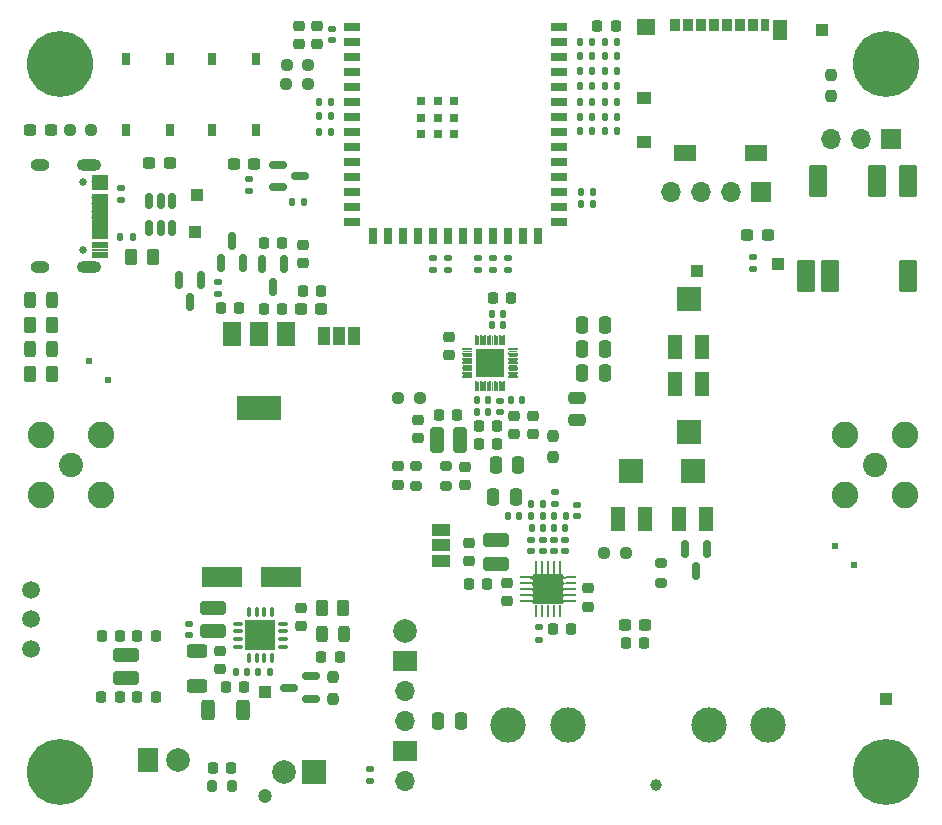
<source format=gbr>
%TF.GenerationSoftware,KiCad,Pcbnew,(6.0.9)*%
%TF.CreationDate,2023-04-05T21:44:48+03:00*%
%TF.ProjectId,cross_band_handy_walkie_talkie_ES8388,63726f73-735f-4626-916e-645f68616e64,rev?*%
%TF.SameCoordinates,Original*%
%TF.FileFunction,Soldermask,Top*%
%TF.FilePolarity,Negative*%
%FSLAX46Y46*%
G04 Gerber Fmt 4.6, Leading zero omitted, Abs format (unit mm)*
G04 Created by KiCad (PCBNEW (6.0.9)) date 2023-04-05 21:44:48*
%MOMM*%
%LPD*%
G01*
G04 APERTURE LIST*
G04 Aperture macros list*
%AMRoundRect*
0 Rectangle with rounded corners*
0 $1 Rounding radius*
0 $2 $3 $4 $5 $6 $7 $8 $9 X,Y pos of 4 corners*
0 Add a 4 corners polygon primitive as box body*
4,1,4,$2,$3,$4,$5,$6,$7,$8,$9,$2,$3,0*
0 Add four circle primitives for the rounded corners*
1,1,$1+$1,$2,$3*
1,1,$1+$1,$4,$5*
1,1,$1+$1,$6,$7*
1,1,$1+$1,$8,$9*
0 Add four rect primitives between the rounded corners*
20,1,$1+$1,$2,$3,$4,$5,0*
20,1,$1+$1,$4,$5,$6,$7,0*
20,1,$1+$1,$6,$7,$8,$9,0*
20,1,$1+$1,$8,$9,$2,$3,0*%
G04 Aperture macros list end*
%ADD10RoundRect,0.135000X0.135000X0.185000X-0.135000X0.185000X-0.135000X-0.185000X0.135000X-0.185000X0*%
%ADD11R,1.300000X2.000000*%
%ADD12R,2.000000X2.000000*%
%ADD13RoundRect,0.225000X-0.250000X0.225000X-0.250000X-0.225000X0.250000X-0.225000X0.250000X0.225000X0*%
%ADD14RoundRect,0.135000X-0.135000X-0.185000X0.135000X-0.185000X0.135000X0.185000X-0.135000X0.185000X0*%
%ADD15RoundRect,0.150000X-0.587500X-0.150000X0.587500X-0.150000X0.587500X0.150000X-0.587500X0.150000X0*%
%ADD16RoundRect,0.250000X0.262500X0.450000X-0.262500X0.450000X-0.262500X-0.450000X0.262500X-0.450000X0*%
%ADD17RoundRect,0.237500X-0.250000X-0.237500X0.250000X-0.237500X0.250000X0.237500X-0.250000X0.237500X0*%
%ADD18RoundRect,0.140000X-0.170000X0.140000X-0.170000X-0.140000X0.170000X-0.140000X0.170000X0.140000X0*%
%ADD19RoundRect,0.250000X-0.262500X-0.450000X0.262500X-0.450000X0.262500X0.450000X-0.262500X0.450000X0*%
%ADD20R,1.500000X1.000000*%
%ADD21RoundRect,0.140000X-0.140000X-0.170000X0.140000X-0.170000X0.140000X0.170000X-0.140000X0.170000X0*%
%ADD22RoundRect,0.107480X-0.642520X-1.217520X0.642520X-1.217520X0.642520X1.217520X-0.642520X1.217520X0*%
%ADD23RoundRect,0.218750X-0.218750X-0.256250X0.218750X-0.256250X0.218750X0.256250X-0.218750X0.256250X0*%
%ADD24RoundRect,0.225000X-0.225000X-0.250000X0.225000X-0.250000X0.225000X0.250000X-0.225000X0.250000X0*%
%ADD25RoundRect,0.140000X0.140000X0.170000X-0.140000X0.170000X-0.140000X-0.170000X0.140000X-0.170000X0*%
%ADD26R,1.000000X1.000000*%
%ADD27RoundRect,0.135000X-0.185000X0.135000X-0.185000X-0.135000X0.185000X-0.135000X0.185000X0.135000X0*%
%ADD28RoundRect,0.225000X0.250000X-0.225000X0.250000X0.225000X-0.250000X0.225000X-0.250000X-0.225000X0*%
%ADD29RoundRect,0.237500X-0.300000X-0.237500X0.300000X-0.237500X0.300000X0.237500X-0.300000X0.237500X0*%
%ADD30RoundRect,0.237500X0.300000X0.237500X-0.300000X0.237500X-0.300000X-0.237500X0.300000X-0.237500X0*%
%ADD31C,0.650000*%
%ADD32R,1.450000X0.600000*%
%ADD33R,1.450000X0.300000*%
%ADD34O,1.600000X1.000000*%
%ADD35O,2.100000X1.000000*%
%ADD36RoundRect,0.225000X0.225000X0.250000X-0.225000X0.250000X-0.225000X-0.250000X0.225000X-0.250000X0*%
%ADD37RoundRect,0.250000X-0.475000X0.250000X-0.475000X-0.250000X0.475000X-0.250000X0.475000X0.250000X0*%
%ADD38RoundRect,0.218750X0.256250X-0.218750X0.256250X0.218750X-0.256250X0.218750X-0.256250X-0.218750X0*%
%ADD39RoundRect,0.250000X0.250000X0.475000X-0.250000X0.475000X-0.250000X-0.475000X0.250000X-0.475000X0*%
%ADD40R,1.000000X1.500000*%
%ADD41RoundRect,0.250000X-0.250000X-0.475000X0.250000X-0.475000X0.250000X0.475000X-0.250000X0.475000X0*%
%ADD42RoundRect,0.237500X0.250000X0.237500X-0.250000X0.237500X-0.250000X-0.237500X0.250000X-0.237500X0*%
%ADD43RoundRect,0.200000X0.275000X-0.200000X0.275000X0.200000X-0.275000X0.200000X-0.275000X-0.200000X0*%
%ADD44RoundRect,0.243750X-0.243750X-0.456250X0.243750X-0.456250X0.243750X0.456250X-0.243750X0.456250X0*%
%ADD45C,2.000000*%
%ADD46R,2.000000X1.700000*%
%ADD47O,1.700000X1.700000*%
%ADD48C,3.000000*%
%ADD49RoundRect,0.300000X0.800000X-0.300000X0.800000X0.300000X-0.800000X0.300000X-0.800000X-0.300000X0*%
%ADD50R,0.700000X1.000000*%
%ADD51RoundRect,0.218750X0.218750X0.256250X-0.218750X0.256250X-0.218750X-0.256250X0.218750X-0.256250X0*%
%ADD52R,3.500000X1.800000*%
%ADD53RoundRect,0.135000X0.185000X-0.135000X0.185000X0.135000X-0.185000X0.135000X-0.185000X-0.135000X0*%
%ADD54C,1.000000*%
%ADD55RoundRect,0.237500X-0.237500X0.250000X-0.237500X-0.250000X0.237500X-0.250000X0.237500X0.250000X0*%
%ADD56C,3.600000*%
%ADD57C,5.600000*%
%ADD58R,1.700000X1.700000*%
%ADD59RoundRect,0.150000X-0.150000X0.587500X-0.150000X-0.587500X0.150000X-0.587500X0.150000X0.587500X0*%
%ADD60C,1.500000*%
%ADD61RoundRect,0.075000X-0.075000X0.337500X-0.075000X-0.337500X0.075000X-0.337500X0.075000X0.337500X0*%
%ADD62RoundRect,0.075000X-0.337500X0.075000X-0.337500X-0.075000X0.337500X-0.075000X0.337500X0.075000X0*%
%ADD63R,2.500000X2.500000*%
%ADD64RoundRect,0.300000X-0.300000X-0.800000X0.300000X-0.800000X0.300000X0.800000X-0.300000X0.800000X0*%
%ADD65RoundRect,0.150000X0.150000X-0.587500X0.150000X0.587500X-0.150000X0.587500X-0.150000X-0.587500X0*%
%ADD66RoundRect,0.300000X-0.800000X0.300000X-0.800000X-0.300000X0.800000X-0.300000X0.800000X0.300000X0*%
%ADD67C,1.200000*%
%ADD68RoundRect,0.140000X0.170000X-0.140000X0.170000X0.140000X-0.170000X0.140000X-0.170000X-0.140000X0*%
%ADD69R,0.850000X1.100000*%
%ADD70R,0.750000X1.100000*%
%ADD71R,1.200000X1.000000*%
%ADD72R,1.550000X1.350000*%
%ADD73R,1.170000X1.800000*%
%ADD74R,1.900000X1.350000*%
%ADD75RoundRect,0.250000X0.625000X-0.312500X0.625000X0.312500X-0.625000X0.312500X-0.625000X-0.312500X0*%
%ADD76RoundRect,0.062500X-0.062500X0.350000X-0.062500X-0.350000X0.062500X-0.350000X0.062500X0.350000X0*%
%ADD77RoundRect,0.062500X-0.350000X0.062500X-0.350000X-0.062500X0.350000X-0.062500X0.350000X0.062500X0*%
%ADD78R,2.400000X2.400000*%
%ADD79RoundRect,0.250000X0.312500X0.625000X-0.312500X0.625000X-0.312500X-0.625000X0.312500X-0.625000X0*%
%ADD80C,2.050000*%
%ADD81C,2.250000*%
%ADD82RoundRect,0.200000X0.200000X0.275000X-0.200000X0.275000X-0.200000X-0.275000X0.200000X-0.275000X0*%
%ADD83R,1.400000X0.800000*%
%ADD84R,0.800000X1.400000*%
%ADD85R,0.800000X0.800000*%
%ADD86RoundRect,0.150000X0.587500X0.150000X-0.587500X0.150000X-0.587500X-0.150000X0.587500X-0.150000X0*%
%ADD87R,1.500000X2.000000*%
%ADD88R,3.800000X2.000000*%
%ADD89R,1.700000X2.000000*%
%ADD90RoundRect,0.150000X0.150000X-0.512500X0.150000X0.512500X-0.150000X0.512500X-0.150000X-0.512500X0*%
%ADD91RoundRect,0.062500X-0.362500X-0.062500X0.362500X-0.062500X0.362500X0.062500X-0.362500X0.062500X0*%
%ADD92RoundRect,0.062500X-0.062500X-0.362500X0.062500X-0.362500X0.062500X0.362500X-0.062500X0.362500X0*%
%ADD93R,2.600000X2.600000*%
%ADD94C,0.610000*%
G04 APERTURE END LIST*
D10*
%TO.C,R10*%
X100045000Y-53135000D03*
X99025000Y-53135000D03*
%TD*%
D11*
%TO.C,RV4*%
X107460000Y-93530000D03*
D12*
X108610000Y-89530000D03*
D11*
X109760000Y-93530000D03*
%TD*%
D13*
%TO.C,C19*%
X92900000Y-98975000D03*
X92900000Y-100525000D03*
%TD*%
D14*
%TO.C,R3*%
X60150000Y-69710000D03*
X61170000Y-69710000D03*
%TD*%
D15*
%TO.C,Q6*%
X73462500Y-63550000D03*
X73462500Y-65450000D03*
X75337500Y-64500000D03*
%TD*%
D14*
%TO.C,R41*%
X96840000Y-93300000D03*
X97860000Y-93300000D03*
%TD*%
D16*
%TO.C,FB1*%
X62882500Y-71410000D03*
X61057500Y-71410000D03*
%TD*%
D17*
%TO.C,R7*%
X55847500Y-60660000D03*
X57672500Y-60660000D03*
%TD*%
D18*
%TO.C,C40*%
X97800000Y-95320000D03*
X97800000Y-96280000D03*
%TD*%
D19*
%TO.C,R5*%
X52520000Y-81300000D03*
X54345000Y-81300000D03*
%TD*%
D20*
%TO.C,JP1*%
X87270000Y-94480000D03*
X87270000Y-95780000D03*
X87270000Y-97080000D03*
%TD*%
D18*
%TO.C,C13*%
X65955000Y-102450000D03*
X65955000Y-103410000D03*
%TD*%
D13*
%TO.C,C9*%
X75455000Y-101055000D03*
X75455000Y-102605000D03*
%TD*%
D21*
%TO.C,C17*%
X69925000Y-106530000D03*
X70885000Y-106530000D03*
%TD*%
D22*
%TO.C,J6*%
X124210000Y-64970000D03*
X119210000Y-64970000D03*
X126810000Y-72970000D03*
X126810000Y-64970000D03*
X120210000Y-72970000D03*
X118210000Y-72970000D03*
%TD*%
D23*
%TO.C,D4*%
X77147500Y-105210000D03*
X78722500Y-105210000D03*
%TD*%
D24*
%TO.C,C57*%
X72305000Y-75770000D03*
X73855000Y-75770000D03*
%TD*%
D25*
%TO.C,C51*%
X94185000Y-83520000D03*
X93225000Y-83520000D03*
%TD*%
D26*
%TO.C,TP2*%
X72405000Y-108215000D03*
%TD*%
D14*
%TO.C,R32*%
X94890000Y-93300000D03*
X95910000Y-93300000D03*
%TD*%
%TO.C,R19*%
X101175000Y-54335000D03*
X102195000Y-54335000D03*
%TD*%
D10*
%TO.C,R52*%
X75660000Y-66750000D03*
X74640000Y-66750000D03*
%TD*%
D24*
%TO.C,C11*%
X61590000Y-108590000D03*
X63140000Y-108590000D03*
%TD*%
D27*
%TO.C,R29*%
X90395000Y-71425000D03*
X90395000Y-72445000D03*
%TD*%
D25*
%TO.C,C27*%
X95930000Y-94350000D03*
X94970000Y-94350000D03*
%TD*%
D28*
%TO.C,C25*%
X85310000Y-86720000D03*
X85310000Y-85170000D03*
%TD*%
D29*
%TO.C,C6*%
X52530000Y-60660000D03*
X54255000Y-60660000D03*
%TD*%
D30*
%TO.C,C56*%
X77152500Y-75770000D03*
X75427500Y-75770000D03*
%TD*%
%TO.C,C55*%
X104602500Y-102510000D03*
X102877500Y-102510000D03*
%TD*%
D31*
%TO.C,J1*%
X56960000Y-70820000D03*
X56960000Y-65040000D03*
D32*
X58405000Y-64680000D03*
X58405000Y-65480000D03*
D33*
X58405000Y-66680000D03*
X58405000Y-67680000D03*
X58405000Y-68180000D03*
X58405000Y-69180000D03*
D32*
X58405000Y-70380000D03*
X58405000Y-71180000D03*
X58405000Y-71180000D03*
X58405000Y-70380000D03*
D33*
X58405000Y-69680000D03*
X58405000Y-68680000D03*
X58405000Y-67180000D03*
X58405000Y-66180000D03*
D32*
X58405000Y-65480000D03*
X58405000Y-64680000D03*
D34*
X53310000Y-63610000D03*
X53310000Y-72250000D03*
D35*
X57490000Y-63610000D03*
X57490000Y-72250000D03*
%TD*%
D36*
%TO.C,C16*%
X70630000Y-107780000D03*
X69080000Y-107780000D03*
%TD*%
D14*
%TO.C,R17*%
X101195000Y-59535000D03*
X102215000Y-59535000D03*
%TD*%
D37*
%TO.C,C30*%
X98800000Y-83300000D03*
X98800000Y-85200000D03*
%TD*%
D13*
%TO.C,C61*%
X75570000Y-70325000D03*
X75570000Y-71875000D03*
%TD*%
D25*
%TO.C,C53*%
X72785000Y-106530000D03*
X71825000Y-106530000D03*
%TD*%
D21*
%TO.C,C20*%
X91575000Y-76170000D03*
X92535000Y-76170000D03*
%TD*%
D38*
%TO.C,D6*%
X83610000Y-90680000D03*
X83610000Y-89105000D03*
%TD*%
D39*
%TO.C,C33*%
X93600000Y-91720000D03*
X91700000Y-91720000D03*
%TD*%
D11*
%TO.C,RV3*%
X107120000Y-78970000D03*
D12*
X108270000Y-74970000D03*
D11*
X109420000Y-78970000D03*
%TD*%
D40*
%TO.C,JP4*%
X79950000Y-78075000D03*
X78650000Y-78075000D03*
X77350000Y-78075000D03*
%TD*%
D41*
%TO.C,C28*%
X99250000Y-81200000D03*
X101150000Y-81200000D03*
%TD*%
D42*
%TO.C,R1*%
X76027500Y-56740000D03*
X74202500Y-56740000D03*
%TD*%
D18*
%TO.C,C5*%
X78095000Y-52080000D03*
X78095000Y-53040000D03*
%TD*%
D28*
%TO.C,C41*%
X87990000Y-79695000D03*
X87990000Y-78145000D03*
%TD*%
D14*
%TO.C,R18*%
X101185000Y-53135000D03*
X102205000Y-53135000D03*
%TD*%
D43*
%TO.C,R38*%
X85150000Y-90725000D03*
X85150000Y-89075000D03*
%TD*%
D18*
%TO.C,C37*%
X94950000Y-95320000D03*
X94950000Y-96280000D03*
%TD*%
D21*
%TO.C,C34*%
X91590000Y-77170000D03*
X92550000Y-77170000D03*
%TD*%
D44*
%TO.C,D5*%
X77197500Y-103290000D03*
X79072500Y-103290000D03*
%TD*%
D11*
%TO.C,RV2*%
X109410000Y-82150000D03*
D12*
X108260000Y-86150000D03*
D11*
X107110000Y-82150000D03*
%TD*%
D45*
%TO.C,J4*%
X84250000Y-103000000D03*
D46*
X84250000Y-105540000D03*
D47*
X84250000Y-108080000D03*
X84250000Y-110620000D03*
D46*
X84250000Y-113160000D03*
D47*
X84250000Y-115700000D03*
%TD*%
D48*
%TO.C,J5*%
X110000000Y-111000000D03*
X115000000Y-111000000D03*
%TD*%
D27*
%TO.C,R34*%
X113700000Y-71390000D03*
X113700000Y-72410000D03*
%TD*%
D14*
%TO.C,R14*%
X101185000Y-58235000D03*
X102205000Y-58235000D03*
%TD*%
D49*
%TO.C,L1*%
X60615000Y-107040000D03*
X60615000Y-105040000D03*
%TD*%
D50*
%TO.C,SW1*%
X64325000Y-60625000D03*
X64325000Y-54625000D03*
X60625000Y-54625000D03*
X60625000Y-60625000D03*
%TD*%
D51*
%TO.C,D8*%
X69537500Y-114650000D03*
X67962500Y-114650000D03*
%TD*%
D14*
%TO.C,R33*%
X94870000Y-92250000D03*
X95890000Y-92250000D03*
%TD*%
D24*
%TO.C,C39*%
X90480000Y-85720000D03*
X92030000Y-85720000D03*
%TD*%
D52*
%TO.C,D3*%
X68755000Y-98480000D03*
X73755000Y-98480000D03*
%TD*%
D41*
%TO.C,C24*%
X99250000Y-77100000D03*
X101150000Y-77100000D03*
%TD*%
D14*
%TO.C,R36*%
X101185000Y-56935000D03*
X102205000Y-56935000D03*
%TD*%
D13*
%TO.C,C22*%
X99750000Y-99425000D03*
X99750000Y-100975000D03*
%TD*%
D53*
%TO.C,R46*%
X68430000Y-74470000D03*
X68430000Y-73450000D03*
%TD*%
D19*
%TO.C,R4*%
X52520000Y-77110000D03*
X54345000Y-77110000D03*
%TD*%
D24*
%TO.C,C44*%
X90480000Y-87220000D03*
X92030000Y-87220000D03*
%TD*%
D54*
%TO.C,FID1*%
X105525000Y-116100000D03*
%TD*%
D55*
%TO.C,R30*%
X78130000Y-106967500D03*
X78130000Y-108792500D03*
%TD*%
D30*
%TO.C,C48*%
X114932500Y-69550000D03*
X113207500Y-69550000D03*
%TD*%
D26*
%TO.C,TP7*%
X66450000Y-69250000D03*
%TD*%
%TO.C,TP8*%
X108975000Y-72600000D03*
%TD*%
D10*
%TO.C,R13*%
X100045000Y-56935000D03*
X99025000Y-56935000D03*
%TD*%
D17*
%TO.C,R37*%
X101087500Y-96400000D03*
X102912500Y-96400000D03*
%TD*%
D56*
%TO.C,H3*%
X125000000Y-115000000D03*
D57*
X125000000Y-115000000D03*
%TD*%
D56*
%TO.C,H4*%
X55000000Y-115000000D03*
D57*
X55000000Y-115000000D03*
%TD*%
D10*
%TO.C,R22*%
X100190000Y-65860000D03*
X99170000Y-65860000D03*
%TD*%
D26*
%TO.C,TP3*%
X115800000Y-71950000D03*
%TD*%
D36*
%TO.C,C7*%
X70185000Y-75730000D03*
X68635000Y-75730000D03*
%TD*%
D58*
%TO.C,J9*%
X114420000Y-65910000D03*
D47*
X111880000Y-65910000D03*
X109340000Y-65910000D03*
X106800000Y-65910000D03*
%TD*%
D59*
%TO.C,Q5*%
X109825000Y-96112500D03*
X107925000Y-96112500D03*
X108875000Y-97987500D03*
%TD*%
D30*
%TO.C,C2*%
X71487500Y-63475000D03*
X69762500Y-63475000D03*
%TD*%
D14*
%TO.C,R48*%
X76980000Y-60750000D03*
X78000000Y-60750000D03*
%TD*%
D21*
%TO.C,C32*%
X96850000Y-94350000D03*
X97810000Y-94350000D03*
%TD*%
D10*
%TO.C,R12*%
X100045000Y-55635000D03*
X99025000Y-55635000D03*
%TD*%
D13*
%TO.C,C12*%
X68555000Y-104705000D03*
X68555000Y-106255000D03*
%TD*%
D60*
%TO.C,SW3*%
X52600000Y-99550000D03*
X52600000Y-102050000D03*
X52600000Y-104550000D03*
%TD*%
D27*
%TO.C,R25*%
X92945000Y-71425000D03*
X92945000Y-72445000D03*
%TD*%
D10*
%TO.C,R8*%
X100045000Y-58235000D03*
X99025000Y-58235000D03*
%TD*%
D36*
%TO.C,C59*%
X60140000Y-103490000D03*
X58590000Y-103490000D03*
%TD*%
%TO.C,C10*%
X60090000Y-108590000D03*
X58540000Y-108590000D03*
%TD*%
%TO.C,C15*%
X102070000Y-51835000D03*
X100520000Y-51835000D03*
%TD*%
D27*
%TO.C,R28*%
X86595000Y-71460000D03*
X86595000Y-72480000D03*
%TD*%
D61*
%TO.C,U4*%
X72980000Y-101442500D03*
X72330000Y-101442500D03*
X71680000Y-101442500D03*
X71030000Y-101442500D03*
D62*
X70067500Y-102405000D03*
X70067500Y-103055000D03*
X70067500Y-103705000D03*
X70067500Y-104355000D03*
D61*
X71030000Y-105317500D03*
X71680000Y-105317500D03*
X72330000Y-105317500D03*
X72980000Y-105317500D03*
D62*
X73942500Y-104355000D03*
X73942500Y-103705000D03*
X73942500Y-103055000D03*
X73942500Y-102405000D03*
D63*
X72005000Y-103380000D03*
%TD*%
D24*
%TO.C,C58*%
X61590000Y-103490000D03*
X63140000Y-103490000D03*
%TD*%
D64*
%TO.C,L3*%
X86910000Y-86860000D03*
X88910000Y-86860000D03*
%TD*%
D65*
%TO.C,Q3*%
X68620000Y-71897500D03*
X70520000Y-71897500D03*
X69570000Y-70022500D03*
%TD*%
D10*
%TO.C,R9*%
X100045000Y-59535000D03*
X99025000Y-59535000D03*
%TD*%
D66*
%TO.C,L4*%
X67955000Y-101080000D03*
X67955000Y-103080000D03*
%TD*%
D67*
%TO.C,BT2*%
X72400000Y-117000000D03*
D45*
X74000000Y-115000000D03*
D12*
X76500000Y-115000000D03*
%TD*%
D24*
%TO.C,C52*%
X102940000Y-104060000D03*
X104490000Y-104060000D03*
%TD*%
D68*
%TO.C,C42*%
X98840000Y-93330000D03*
X98840000Y-92370000D03*
%TD*%
D28*
%TO.C,C3*%
X75295000Y-53335000D03*
X75295000Y-51785000D03*
%TD*%
D24*
%TO.C,C21*%
X96775000Y-102900000D03*
X98325000Y-102900000D03*
%TD*%
D36*
%TO.C,C60*%
X91172500Y-99050000D03*
X89622500Y-99050000D03*
%TD*%
D50*
%TO.C,SW2*%
X71600000Y-54625000D03*
X71600000Y-60625000D03*
X67900000Y-54625000D03*
X67900000Y-60625000D03*
%TD*%
D13*
%TO.C,C47*%
X93505000Y-84845000D03*
X93505000Y-86395000D03*
%TD*%
D53*
%TO.C,R24*%
X81300000Y-115760000D03*
X81300000Y-114740000D03*
%TD*%
D69*
%TO.C,J2*%
X107090000Y-51772500D03*
X108190000Y-51772500D03*
X109290000Y-51772500D03*
X110390000Y-51772500D03*
X111490000Y-51772500D03*
X112590000Y-51772500D03*
X113690000Y-51772500D03*
D70*
X114740000Y-51772500D03*
D71*
X104455000Y-57922500D03*
X104455000Y-61622500D03*
D72*
X104630000Y-51897500D03*
D73*
X115950000Y-52122500D03*
D74*
X107955000Y-62597500D03*
X113925000Y-62597500D03*
%TD*%
D18*
%TO.C,C46*%
X92255000Y-83540000D03*
X92255000Y-84500000D03*
%TD*%
D41*
%TO.C,C63*%
X87050000Y-110650000D03*
X88950000Y-110650000D03*
%TD*%
D55*
%TO.C,R51*%
X96800000Y-86512500D03*
X96800000Y-88337500D03*
%TD*%
D13*
%TO.C,C50*%
X95055000Y-84845000D03*
X95055000Y-86395000D03*
%TD*%
D17*
%TO.C,R6*%
X74215000Y-55130000D03*
X76040000Y-55130000D03*
%TD*%
D26*
%TO.C,TP6*%
X124950000Y-108800000D03*
%TD*%
D53*
%TO.C,R2*%
X60200000Y-66590000D03*
X60200000Y-65570000D03*
%TD*%
D56*
%TO.C,H2*%
X125000000Y-55000000D03*
D57*
X125000000Y-55000000D03*
%TD*%
D75*
%TO.C,R16*%
X66605000Y-107692500D03*
X66605000Y-104767500D03*
%TD*%
D10*
%TO.C,R11*%
X100045000Y-54335000D03*
X99025000Y-54335000D03*
%TD*%
D76*
%TO.C,U5*%
X92655000Y-78432500D03*
X92255000Y-78432500D03*
X91855000Y-78432500D03*
X91455000Y-78432500D03*
X91055000Y-78432500D03*
X90655000Y-78432500D03*
X90255000Y-78432500D03*
D77*
X89517500Y-79170000D03*
X89517500Y-79570000D03*
X89517500Y-79970000D03*
X89517500Y-80370000D03*
X89517500Y-80770000D03*
X89517500Y-81170000D03*
X89517500Y-81570000D03*
D76*
X90255000Y-82307500D03*
X90655000Y-82307500D03*
X91055000Y-82307500D03*
X91455000Y-82307500D03*
X91855000Y-82307500D03*
X92255000Y-82307500D03*
X92655000Y-82307500D03*
D77*
X93392500Y-81570000D03*
X93392500Y-81170000D03*
X93392500Y-80770000D03*
X93392500Y-80370000D03*
X93392500Y-79970000D03*
X93392500Y-79570000D03*
X93392500Y-79170000D03*
D78*
X91455000Y-80370000D03*
%TD*%
D66*
%TO.C,L2*%
X91980000Y-95360000D03*
X91980000Y-97360000D03*
%TD*%
D58*
%TO.C,J10*%
X125375000Y-61350000D03*
D47*
X122835000Y-61350000D03*
X120295000Y-61350000D03*
%TD*%
D79*
%TO.C,R43*%
X70517500Y-109730000D03*
X67592500Y-109730000D03*
%TD*%
D28*
%TO.C,C4*%
X76820000Y-53335000D03*
X76820000Y-51785000D03*
%TD*%
D43*
%TO.C,R44*%
X105875000Y-98950000D03*
X105875000Y-97300000D03*
%TD*%
D21*
%TO.C,C23*%
X92970000Y-93270000D03*
X93930000Y-93270000D03*
%TD*%
D10*
%TO.C,R23*%
X100190000Y-66860000D03*
X99170000Y-66860000D03*
%TD*%
D80*
%TO.C,J7*%
X124000000Y-89000000D03*
D81*
X121460000Y-86460000D03*
X126540000Y-86460000D03*
X121460000Y-91540000D03*
X126540000Y-91540000D03*
%TD*%
D82*
%TO.C,R45*%
X69575000Y-116200000D03*
X67925000Y-116200000D03*
%TD*%
D38*
%TO.C,D7*%
X89300000Y-90687500D03*
X89300000Y-89112500D03*
%TD*%
D14*
%TO.C,R40*%
X101185000Y-60735000D03*
X102205000Y-60735000D03*
%TD*%
D36*
%TO.C,C54*%
X77115000Y-74220000D03*
X75565000Y-74220000D03*
%TD*%
D80*
%TO.C,J8*%
X56000000Y-89000000D03*
D81*
X58540000Y-91540000D03*
X53460000Y-91540000D03*
X58540000Y-86460000D03*
X53460000Y-86460000D03*
%TD*%
D27*
%TO.C,R35*%
X96900000Y-91300000D03*
X96900000Y-92320000D03*
%TD*%
D21*
%TO.C,C43*%
X90325000Y-83520000D03*
X91285000Y-83520000D03*
%TD*%
D11*
%TO.C,RV1*%
X102260000Y-93530000D03*
D12*
X103410000Y-89530000D03*
D11*
X104560000Y-93530000D03*
%TD*%
D59*
%TO.C,Q2*%
X66980000Y-73302500D03*
X65080000Y-73302500D03*
X66030000Y-75177500D03*
%TD*%
D25*
%TO.C,C45*%
X91285000Y-84470000D03*
X90325000Y-84470000D03*
%TD*%
D18*
%TO.C,C38*%
X96850000Y-95320000D03*
X96850000Y-96280000D03*
%TD*%
D83*
%TO.C,U2*%
X79745000Y-51875000D03*
X79745000Y-53145000D03*
X79745000Y-54415000D03*
X79745000Y-55685000D03*
X79745000Y-56955000D03*
X79745000Y-58225000D03*
X79745000Y-59495000D03*
X79745000Y-60765000D03*
X79745000Y-62035000D03*
X79745000Y-63305000D03*
X79745000Y-64575000D03*
X79745000Y-65845000D03*
X79745000Y-67115000D03*
X79745000Y-68385000D03*
D84*
X81510000Y-69635000D03*
X82780000Y-69635000D03*
X84050000Y-69635000D03*
X85320000Y-69635000D03*
X86590000Y-69635000D03*
X87860000Y-69635000D03*
X89130000Y-69635000D03*
X90400000Y-69635000D03*
X91670000Y-69635000D03*
X92940000Y-69635000D03*
X94210000Y-69635000D03*
X95480000Y-69635000D03*
D83*
X97245000Y-68385000D03*
X97245000Y-67115000D03*
X97245000Y-65845000D03*
X97245000Y-64575000D03*
X97245000Y-63305000D03*
X97245000Y-62035000D03*
X97245000Y-60765000D03*
X97245000Y-59495000D03*
X97245000Y-58225000D03*
X97245000Y-56955000D03*
X97245000Y-55685000D03*
X97245000Y-54415000D03*
X97245000Y-53145000D03*
X97245000Y-51875000D03*
D85*
X88395000Y-58195000D03*
X85595000Y-60995000D03*
X88395000Y-60995000D03*
X86995000Y-59595000D03*
X86995000Y-60995000D03*
X88395000Y-59595000D03*
X85595000Y-58195000D03*
X86995000Y-58195000D03*
X85595000Y-59595000D03*
%TD*%
D29*
%TO.C,C1*%
X62587500Y-63450000D03*
X64312500Y-63450000D03*
%TD*%
D18*
%TO.C,C35*%
X95900000Y-95320000D03*
X95900000Y-96280000D03*
%TD*%
D26*
%TO.C,TP4*%
X66650000Y-66100000D03*
%TD*%
D55*
%TO.C,R42*%
X120300000Y-55937500D03*
X120300000Y-57762500D03*
%TD*%
D86*
%TO.C,Q1*%
X76317500Y-108780000D03*
X76317500Y-106880000D03*
X74442500Y-107830000D03*
%TD*%
D59*
%TO.C,Q4*%
X74020000Y-72002500D03*
X72120000Y-72002500D03*
X73070000Y-73877500D03*
%TD*%
D87*
%TO.C,U3*%
X74170000Y-77870000D03*
D88*
X71870000Y-84170000D03*
D87*
X71870000Y-77870000D03*
X69570000Y-77870000D03*
%TD*%
D43*
%TO.C,R39*%
X87750000Y-90725000D03*
X87750000Y-89075000D03*
%TD*%
D44*
%TO.C,D1*%
X52495000Y-75010000D03*
X54370000Y-75010000D03*
%TD*%
D13*
%TO.C,C18*%
X89627500Y-95570000D03*
X89627500Y-97120000D03*
%TD*%
D27*
%TO.C,R47*%
X95550000Y-102740000D03*
X95550000Y-103760000D03*
%TD*%
%TO.C,R27*%
X91670000Y-71425000D03*
X91670000Y-72445000D03*
%TD*%
D41*
%TO.C,C26*%
X99250000Y-79150000D03*
X101150000Y-79150000D03*
%TD*%
D36*
%TO.C,C29*%
X88685000Y-84730000D03*
X87135000Y-84730000D03*
%TD*%
D19*
%TO.C,R15*%
X77202500Y-101100000D03*
X79027500Y-101100000D03*
%TD*%
D42*
%TO.C,R31*%
X85472500Y-83340000D03*
X83647500Y-83340000D03*
%TD*%
D27*
%TO.C,R53*%
X71050000Y-64740000D03*
X71050000Y-65760000D03*
%TD*%
D48*
%TO.C,J3*%
X93000000Y-111000000D03*
X98000000Y-111000000D03*
%TD*%
D10*
%TO.C,R21*%
X100045000Y-60735000D03*
X99025000Y-60735000D03*
%TD*%
D27*
%TO.C,R26*%
X87870000Y-71475000D03*
X87870000Y-72495000D03*
%TD*%
D45*
%TO.C,BT1*%
X65000000Y-114000000D03*
D89*
X62460000Y-114000000D03*
%TD*%
D36*
%TO.C,C31*%
X93230000Y-74870000D03*
X91680000Y-74870000D03*
%TD*%
D57*
%TO.C,H1*%
X55000000Y-55000000D03*
D56*
X55000000Y-55000000D03*
%TD*%
D44*
%TO.C,D2*%
X52495000Y-79180000D03*
X54370000Y-79180000D03*
%TD*%
D14*
%TO.C,R50*%
X76980000Y-58250000D03*
X78000000Y-58250000D03*
%TD*%
D39*
%TO.C,C36*%
X93820000Y-89010000D03*
X91920000Y-89010000D03*
%TD*%
D14*
%TO.C,R20*%
X101195000Y-55635000D03*
X102215000Y-55635000D03*
%TD*%
D90*
%TO.C,U1*%
X62600000Y-68887500D03*
X63550000Y-68887500D03*
X64500000Y-68887500D03*
X64500000Y-66612500D03*
X63550000Y-66612500D03*
X62600000Y-66612500D03*
%TD*%
D26*
%TO.C,TP5*%
X119550000Y-52150000D03*
%TD*%
D14*
%TO.C,R49*%
X76980000Y-59450000D03*
X78000000Y-59450000D03*
%TD*%
D91*
%TO.C,U6*%
X94425000Y-98500000D03*
X94425000Y-99000000D03*
X94425000Y-99500000D03*
X94425000Y-100000000D03*
X94425000Y-100500000D03*
D92*
X95350000Y-101425000D03*
X95850000Y-101425000D03*
X96350000Y-101425000D03*
X96850000Y-101425000D03*
X97350000Y-101425000D03*
D91*
X98275000Y-100500000D03*
X98275000Y-100000000D03*
X98275000Y-99500000D03*
X98275000Y-99000000D03*
X98275000Y-98500000D03*
D92*
X97350000Y-97575000D03*
X96850000Y-97575000D03*
X96350000Y-97575000D03*
X95850000Y-97575000D03*
X95350000Y-97575000D03*
D93*
X96350000Y-99500000D03*
%TD*%
D36*
%TO.C,C62*%
X73840000Y-70180000D03*
X72290000Y-70180000D03*
%TD*%
D94*
%TO.C,FL2*%
X59085511Y-81755511D03*
X57522805Y-80192805D03*
%TD*%
%TO.C,FL1*%
X120668647Y-95868647D03*
X122231353Y-97431353D03*
%TD*%
G36*
X96539448Y-100799000D02*
G01*
X96539448Y-100801000D01*
X96538279Y-100801919D01*
X96471267Y-100821595D01*
X96425912Y-100873938D01*
X96416055Y-100942491D01*
X96444893Y-101005637D01*
X96451648Y-101011597D01*
X96451988Y-101011986D01*
X96453139Y-101013708D01*
X96453270Y-101015703D01*
X96451607Y-101016815D01*
X96450365Y-101016482D01*
X96435639Y-101006643D01*
X96412301Y-101002000D01*
X96287699Y-101002000D01*
X96264361Y-101006643D01*
X96249634Y-101016483D01*
X96247638Y-101016614D01*
X96246527Y-101014951D01*
X96246860Y-101013709D01*
X96256121Y-100999849D01*
X96255307Y-100998198D01*
X96255768Y-100997046D01*
X96274978Y-100974062D01*
X96283615Y-100905347D01*
X96253728Y-100842868D01*
X96194672Y-100806381D01*
X96162148Y-100802000D01*
X96038007Y-100802000D01*
X95971268Y-100821596D01*
X95925913Y-100873939D01*
X95916056Y-100942492D01*
X95944894Y-101005637D01*
X95951648Y-101011596D01*
X95951988Y-101011985D01*
X95953140Y-101013709D01*
X95953271Y-101015705D01*
X95951608Y-101016816D01*
X95950366Y-101016483D01*
X95935639Y-101006643D01*
X95912301Y-101002000D01*
X95787699Y-101002000D01*
X95764361Y-101006643D01*
X95749634Y-101016483D01*
X95747638Y-101016614D01*
X95746527Y-101014951D01*
X95746860Y-101013709D01*
X95756121Y-100999849D01*
X95755306Y-100998197D01*
X95755767Y-100997045D01*
X95774980Y-100974055D01*
X95783613Y-100905340D01*
X95753723Y-100842864D01*
X95694661Y-100806379D01*
X95662147Y-100802000D01*
X95538007Y-100802000D01*
X95471268Y-100821596D01*
X95425913Y-100873939D01*
X95416056Y-100942492D01*
X95444894Y-101005637D01*
X95451648Y-101011596D01*
X95451988Y-101011985D01*
X95453140Y-101013709D01*
X95453271Y-101015705D01*
X95451608Y-101016816D01*
X95450366Y-101016483D01*
X95435639Y-101006643D01*
X95412301Y-101002000D01*
X95287699Y-101002000D01*
X95264361Y-101006643D01*
X95249634Y-101016483D01*
X95247638Y-101016614D01*
X95246527Y-101014951D01*
X95246860Y-101013709D01*
X95256121Y-100999849D01*
X95255306Y-100998197D01*
X95255767Y-100997045D01*
X95274980Y-100974055D01*
X95283613Y-100905340D01*
X95253723Y-100842864D01*
X95194661Y-100806379D01*
X95162013Y-100801982D01*
X95160430Y-100800760D01*
X95160697Y-100798778D01*
X95162280Y-100798000D01*
X96537716Y-100798000D01*
X96539448Y-100799000D01*
G37*
G36*
X97039448Y-100799000D02*
G01*
X97039448Y-100801000D01*
X97038279Y-100801919D01*
X96971267Y-100821595D01*
X96925912Y-100873938D01*
X96916055Y-100942491D01*
X96944893Y-101005637D01*
X96951648Y-101011597D01*
X96951988Y-101011986D01*
X96953139Y-101013708D01*
X96953270Y-101015703D01*
X96951607Y-101016815D01*
X96950365Y-101016482D01*
X96935639Y-101006643D01*
X96912301Y-101002000D01*
X96787699Y-101002000D01*
X96764361Y-101006643D01*
X96749634Y-101016483D01*
X96747638Y-101016614D01*
X96746527Y-101014951D01*
X96746860Y-101013709D01*
X96756121Y-100999849D01*
X96755307Y-100998197D01*
X96755768Y-100997046D01*
X96774983Y-100974053D01*
X96783613Y-100905335D01*
X96753721Y-100842860D01*
X96694659Y-100806377D01*
X96662021Y-100801982D01*
X96660438Y-100800760D01*
X96660705Y-100798778D01*
X96662288Y-100798000D01*
X97037716Y-100798000D01*
X97039448Y-100799000D01*
G37*
G36*
X97539448Y-100799000D02*
G01*
X97539448Y-100801000D01*
X97538279Y-100801919D01*
X97471267Y-100821595D01*
X97425912Y-100873938D01*
X97416055Y-100942491D01*
X97444893Y-101005637D01*
X97451648Y-101011597D01*
X97451988Y-101011986D01*
X97453139Y-101013708D01*
X97453270Y-101015703D01*
X97451607Y-101016815D01*
X97450365Y-101016482D01*
X97435639Y-101006643D01*
X97412301Y-101002000D01*
X97287699Y-101002000D01*
X97264361Y-101006643D01*
X97249634Y-101016483D01*
X97247638Y-101016614D01*
X97246527Y-101014951D01*
X97246860Y-101013709D01*
X97256121Y-100999849D01*
X97255307Y-100998197D01*
X97255768Y-100997046D01*
X97274983Y-100974053D01*
X97283613Y-100905335D01*
X97253721Y-100842860D01*
X97194659Y-100806377D01*
X97162021Y-100801982D01*
X97160438Y-100800760D01*
X97160705Y-100798778D01*
X97162288Y-100798000D01*
X97537716Y-100798000D01*
X97539448Y-100799000D01*
G37*
G36*
X97651919Y-100311718D02*
G01*
X97671596Y-100378732D01*
X97723939Y-100424087D01*
X97792492Y-100433944D01*
X97855637Y-100405106D01*
X97861596Y-100398352D01*
X97861985Y-100398012D01*
X97863709Y-100396860D01*
X97865705Y-100396729D01*
X97866816Y-100398392D01*
X97866483Y-100399634D01*
X97856643Y-100414361D01*
X97852000Y-100437699D01*
X97852000Y-100562301D01*
X97856643Y-100585639D01*
X97866483Y-100600366D01*
X97866614Y-100602362D01*
X97864951Y-100603473D01*
X97863709Y-100603140D01*
X97849849Y-100593879D01*
X97848197Y-100594694D01*
X97847045Y-100594233D01*
X97824055Y-100575020D01*
X97755340Y-100566387D01*
X97692864Y-100596277D01*
X97656379Y-100655339D01*
X97651982Y-100687986D01*
X97650760Y-100689569D01*
X97648778Y-100689302D01*
X97648000Y-100687719D01*
X97648000Y-100312281D01*
X97649000Y-100310549D01*
X97651000Y-100310549D01*
X97651919Y-100311718D01*
G37*
G36*
X95051222Y-100310705D02*
G01*
X95052000Y-100312288D01*
X95052000Y-100687716D01*
X95051000Y-100689448D01*
X95049000Y-100689448D01*
X95048081Y-100688279D01*
X95028405Y-100621267D01*
X94976062Y-100575912D01*
X94907509Y-100566055D01*
X94844363Y-100594893D01*
X94838403Y-100601648D01*
X94838014Y-100601988D01*
X94836292Y-100603139D01*
X94834297Y-100603270D01*
X94833185Y-100601607D01*
X94833518Y-100600365D01*
X94843357Y-100585639D01*
X94848000Y-100562301D01*
X94848000Y-100437699D01*
X94843357Y-100414361D01*
X94833517Y-100399634D01*
X94833386Y-100397638D01*
X94835049Y-100396527D01*
X94836291Y-100396860D01*
X94850151Y-100406121D01*
X94851803Y-100405307D01*
X94852954Y-100405768D01*
X94875947Y-100424983D01*
X94944665Y-100433613D01*
X95007140Y-100403721D01*
X95043623Y-100344659D01*
X95048018Y-100312021D01*
X95049240Y-100310438D01*
X95051222Y-100310705D01*
G37*
G36*
X97651919Y-99811718D02*
G01*
X97671596Y-99878732D01*
X97723939Y-99924087D01*
X97792492Y-99933944D01*
X97855637Y-99905106D01*
X97861596Y-99898352D01*
X97861985Y-99898012D01*
X97863709Y-99896860D01*
X97865705Y-99896729D01*
X97866816Y-99898392D01*
X97866483Y-99899634D01*
X97856643Y-99914361D01*
X97852000Y-99937699D01*
X97852000Y-100062301D01*
X97856643Y-100085639D01*
X97866483Y-100100366D01*
X97866614Y-100102362D01*
X97864951Y-100103473D01*
X97863709Y-100103140D01*
X97849849Y-100093879D01*
X97848197Y-100094694D01*
X97847045Y-100094233D01*
X97824055Y-100075020D01*
X97755340Y-100066387D01*
X97692864Y-100096277D01*
X97656379Y-100155339D01*
X97651982Y-100187986D01*
X97650760Y-100189569D01*
X97648778Y-100189302D01*
X97648000Y-100187719D01*
X97648000Y-99812281D01*
X97649000Y-99810549D01*
X97651000Y-99810549D01*
X97651919Y-99811718D01*
G37*
G36*
X95051222Y-99810705D02*
G01*
X95052000Y-99812288D01*
X95052000Y-100187716D01*
X95051000Y-100189448D01*
X95049000Y-100189448D01*
X95048081Y-100188279D01*
X95028405Y-100121267D01*
X94976062Y-100075912D01*
X94907509Y-100066055D01*
X94844363Y-100094893D01*
X94838403Y-100101648D01*
X94838014Y-100101988D01*
X94836292Y-100103139D01*
X94834297Y-100103270D01*
X94833185Y-100101607D01*
X94833518Y-100100365D01*
X94843357Y-100085639D01*
X94848000Y-100062301D01*
X94848000Y-99937699D01*
X94843357Y-99914361D01*
X94833517Y-99899634D01*
X94833386Y-99897638D01*
X94835049Y-99896527D01*
X94836291Y-99896860D01*
X94850151Y-99906121D01*
X94851803Y-99905307D01*
X94852954Y-99905768D01*
X94875947Y-99924983D01*
X94944665Y-99933613D01*
X95007140Y-99903721D01*
X95043623Y-99844659D01*
X95048018Y-99812021D01*
X95049240Y-99810438D01*
X95051222Y-99810705D01*
G37*
G36*
X97651919Y-99311721D02*
G01*
X97671595Y-99378733D01*
X97723938Y-99424088D01*
X97792491Y-99433945D01*
X97855637Y-99405107D01*
X97861597Y-99398352D01*
X97861986Y-99398012D01*
X97863708Y-99396861D01*
X97865703Y-99396730D01*
X97866815Y-99398393D01*
X97866482Y-99399635D01*
X97856643Y-99414361D01*
X97852000Y-99437699D01*
X97852000Y-99562301D01*
X97856643Y-99585639D01*
X97866483Y-99600366D01*
X97866614Y-99602362D01*
X97864951Y-99603473D01*
X97863709Y-99603140D01*
X97849849Y-99593879D01*
X97848198Y-99594693D01*
X97847046Y-99594232D01*
X97824062Y-99575022D01*
X97755347Y-99566385D01*
X97692868Y-99596272D01*
X97656381Y-99655328D01*
X97651982Y-99687986D01*
X97650760Y-99689569D01*
X97648778Y-99689302D01*
X97648000Y-99687719D01*
X97648000Y-99312284D01*
X97649000Y-99310552D01*
X97651000Y-99310552D01*
X97651919Y-99311721D01*
G37*
G36*
X95051222Y-99310698D02*
G01*
X95052000Y-99312281D01*
X95052000Y-99687716D01*
X95051000Y-99689448D01*
X95049000Y-99689448D01*
X95048081Y-99688279D01*
X95028405Y-99621267D01*
X94976062Y-99575912D01*
X94907509Y-99566055D01*
X94844363Y-99594893D01*
X94838403Y-99601648D01*
X94838014Y-99601988D01*
X94836292Y-99603139D01*
X94834297Y-99603270D01*
X94833185Y-99601607D01*
X94833518Y-99600365D01*
X94843357Y-99585639D01*
X94848000Y-99562301D01*
X94848000Y-99437699D01*
X94843357Y-99414361D01*
X94833517Y-99399634D01*
X94833386Y-99397638D01*
X94835049Y-99396527D01*
X94836291Y-99396860D01*
X94850151Y-99406121D01*
X94851802Y-99405307D01*
X94852954Y-99405768D01*
X94875938Y-99424978D01*
X94944653Y-99433615D01*
X95007132Y-99403728D01*
X95043619Y-99344672D01*
X95048018Y-99312014D01*
X95049240Y-99310431D01*
X95051222Y-99310698D01*
G37*
G36*
X97651919Y-98811721D02*
G01*
X97671595Y-98878733D01*
X97723938Y-98924088D01*
X97792491Y-98933945D01*
X97855637Y-98905107D01*
X97861597Y-98898352D01*
X97861986Y-98898012D01*
X97863708Y-98896861D01*
X97865703Y-98896730D01*
X97866815Y-98898393D01*
X97866482Y-98899635D01*
X97856643Y-98914361D01*
X97852000Y-98937699D01*
X97852000Y-99062301D01*
X97856643Y-99085639D01*
X97866483Y-99100366D01*
X97866614Y-99102362D01*
X97864951Y-99103473D01*
X97863709Y-99103140D01*
X97849849Y-99093879D01*
X97848197Y-99094693D01*
X97847046Y-99094232D01*
X97824053Y-99075017D01*
X97755335Y-99066387D01*
X97692860Y-99096279D01*
X97656377Y-99155341D01*
X97651982Y-99187979D01*
X97650760Y-99189562D01*
X97648778Y-99189295D01*
X97648000Y-99187712D01*
X97648000Y-98812284D01*
X97649000Y-98810552D01*
X97651000Y-98810552D01*
X97651919Y-98811721D01*
G37*
G36*
X95051222Y-98810698D02*
G01*
X95052000Y-98812281D01*
X95052000Y-99187719D01*
X95051000Y-99189451D01*
X95049000Y-99189451D01*
X95048081Y-99188282D01*
X95028404Y-99121268D01*
X94976061Y-99075913D01*
X94907508Y-99066056D01*
X94844363Y-99094894D01*
X94838404Y-99101648D01*
X94838015Y-99101988D01*
X94836291Y-99103140D01*
X94834295Y-99103271D01*
X94833184Y-99101608D01*
X94833517Y-99100366D01*
X94843357Y-99085639D01*
X94848000Y-99062301D01*
X94848000Y-98937699D01*
X94843357Y-98914361D01*
X94833517Y-98899634D01*
X94833386Y-98897638D01*
X94835049Y-98896527D01*
X94836291Y-98896860D01*
X94850151Y-98906121D01*
X94851803Y-98905306D01*
X94852955Y-98905767D01*
X94875945Y-98924980D01*
X94944660Y-98933613D01*
X95007136Y-98903723D01*
X95043621Y-98844661D01*
X95048018Y-98812014D01*
X95049240Y-98810431D01*
X95051222Y-98810698D01*
G37*
G36*
X97651919Y-98311721D02*
G01*
X97671595Y-98378733D01*
X97723938Y-98424088D01*
X97792491Y-98433945D01*
X97855637Y-98405107D01*
X97861597Y-98398352D01*
X97861986Y-98398012D01*
X97863708Y-98396861D01*
X97865703Y-98396730D01*
X97866815Y-98398393D01*
X97866482Y-98399635D01*
X97856643Y-98414361D01*
X97852000Y-98437699D01*
X97852000Y-98562301D01*
X97856643Y-98585639D01*
X97866483Y-98600366D01*
X97866614Y-98602362D01*
X97864951Y-98603473D01*
X97863709Y-98603140D01*
X97849849Y-98593879D01*
X97848197Y-98594693D01*
X97847046Y-98594232D01*
X97824053Y-98575017D01*
X97755335Y-98566387D01*
X97692860Y-98596279D01*
X97656377Y-98655341D01*
X97651982Y-98687979D01*
X97650760Y-98689562D01*
X97648778Y-98689295D01*
X97648000Y-98687712D01*
X97648000Y-98312284D01*
X97649000Y-98310552D01*
X97651000Y-98310552D01*
X97651919Y-98311721D01*
G37*
G36*
X95051222Y-98310698D02*
G01*
X95052000Y-98312281D01*
X95052000Y-98687719D01*
X95051000Y-98689451D01*
X95049000Y-98689451D01*
X95048081Y-98688282D01*
X95028404Y-98621268D01*
X94976061Y-98575913D01*
X94907508Y-98566056D01*
X94844363Y-98594894D01*
X94838404Y-98601648D01*
X94838015Y-98601988D01*
X94836291Y-98603140D01*
X94834295Y-98603271D01*
X94833184Y-98601608D01*
X94833517Y-98600366D01*
X94843357Y-98585639D01*
X94848000Y-98562301D01*
X94848000Y-98437699D01*
X94843357Y-98414361D01*
X94833517Y-98399634D01*
X94833386Y-98397638D01*
X94835049Y-98396527D01*
X94836291Y-98396860D01*
X94850151Y-98406121D01*
X94851803Y-98405306D01*
X94852955Y-98405767D01*
X94875945Y-98424980D01*
X94944660Y-98433613D01*
X95007136Y-98403723D01*
X95043621Y-98344661D01*
X95048018Y-98312014D01*
X95049240Y-98310431D01*
X95051222Y-98310698D01*
G37*
G36*
X97249634Y-97983517D02*
G01*
X97264361Y-97993357D01*
X97287699Y-97998000D01*
X97412301Y-97998000D01*
X97435639Y-97993357D01*
X97450366Y-97983517D01*
X97452362Y-97983386D01*
X97453473Y-97985049D01*
X97453140Y-97986291D01*
X97443879Y-98000151D01*
X97444694Y-98001803D01*
X97444233Y-98002955D01*
X97425020Y-98025945D01*
X97416387Y-98094660D01*
X97446277Y-98157136D01*
X97505339Y-98193621D01*
X97537987Y-98198018D01*
X97539570Y-98199240D01*
X97539303Y-98201222D01*
X97537720Y-98202000D01*
X97162280Y-98202000D01*
X97160548Y-98201000D01*
X97160548Y-98199000D01*
X97161717Y-98198081D01*
X97228732Y-98178404D01*
X97274087Y-98126061D01*
X97283944Y-98057508D01*
X97255106Y-97994363D01*
X97248352Y-97988404D01*
X97248012Y-97988015D01*
X97246860Y-97986291D01*
X97246729Y-97984295D01*
X97248392Y-97983184D01*
X97249634Y-97983517D01*
G37*
G36*
X95249635Y-97983518D02*
G01*
X95264361Y-97993357D01*
X95287699Y-97998000D01*
X95412301Y-97998000D01*
X95435639Y-97993357D01*
X95450366Y-97983517D01*
X95452362Y-97983386D01*
X95453473Y-97985049D01*
X95453140Y-97986291D01*
X95443879Y-98000151D01*
X95444693Y-98001803D01*
X95444232Y-98002954D01*
X95425017Y-98025947D01*
X95416387Y-98094665D01*
X95446279Y-98157140D01*
X95505341Y-98193623D01*
X95537979Y-98198018D01*
X95539562Y-98199240D01*
X95539295Y-98201222D01*
X95537712Y-98202000D01*
X95162284Y-98202000D01*
X95160552Y-98201000D01*
X95160552Y-98199000D01*
X95161721Y-98198081D01*
X95228733Y-98178405D01*
X95274088Y-98126062D01*
X95283945Y-98057509D01*
X95255107Y-97994363D01*
X95248352Y-97988403D01*
X95248012Y-97988014D01*
X95246861Y-97986292D01*
X95246730Y-97984297D01*
X95248393Y-97983185D01*
X95249635Y-97983518D01*
G37*
G36*
X95749635Y-97983518D02*
G01*
X95764361Y-97993357D01*
X95787699Y-97998000D01*
X95912301Y-97998000D01*
X95935639Y-97993357D01*
X95950366Y-97983517D01*
X95952362Y-97983386D01*
X95953473Y-97985049D01*
X95953140Y-97986291D01*
X95943879Y-98000151D01*
X95944693Y-98001803D01*
X95944232Y-98002954D01*
X95925017Y-98025947D01*
X95916387Y-98094665D01*
X95946279Y-98157140D01*
X96005341Y-98193623D01*
X96037979Y-98198018D01*
X96039562Y-98199240D01*
X96039295Y-98201222D01*
X96037712Y-98202000D01*
X95662284Y-98202000D01*
X95660552Y-98201000D01*
X95660552Y-98199000D01*
X95661721Y-98198081D01*
X95728733Y-98178405D01*
X95774088Y-98126062D01*
X95783945Y-98057509D01*
X95755107Y-97994363D01*
X95748352Y-97988403D01*
X95748012Y-97988014D01*
X95746861Y-97986292D01*
X95746730Y-97984297D01*
X95748393Y-97983185D01*
X95749635Y-97983518D01*
G37*
G36*
X96749634Y-97983517D02*
G01*
X96764361Y-97993357D01*
X96787699Y-97998000D01*
X96912301Y-97998000D01*
X96935639Y-97993357D01*
X96950366Y-97983517D01*
X96952362Y-97983386D01*
X96953473Y-97985049D01*
X96953140Y-97986291D01*
X96943879Y-98000151D01*
X96944694Y-98001803D01*
X96944233Y-98002955D01*
X96925020Y-98025945D01*
X96916387Y-98094660D01*
X96946277Y-98157136D01*
X97005339Y-98193621D01*
X97037987Y-98198018D01*
X97039570Y-98199240D01*
X97039303Y-98201222D01*
X97037720Y-98202000D01*
X96162284Y-98202000D01*
X96160552Y-98201000D01*
X96160552Y-98199000D01*
X96161721Y-98198081D01*
X96228733Y-98178405D01*
X96274088Y-98126062D01*
X96283945Y-98057509D01*
X96255107Y-97994363D01*
X96248352Y-97988403D01*
X96248012Y-97988014D01*
X96246861Y-97986292D01*
X96246730Y-97984297D01*
X96248393Y-97983185D01*
X96249635Y-97983518D01*
X96264361Y-97993357D01*
X96287699Y-97998000D01*
X96412301Y-97998000D01*
X96435639Y-97993357D01*
X96450366Y-97983517D01*
X96452362Y-97983386D01*
X96453473Y-97985049D01*
X96453140Y-97986291D01*
X96443879Y-98000151D01*
X96444693Y-98001802D01*
X96444232Y-98002954D01*
X96425022Y-98025938D01*
X96416385Y-98094653D01*
X96446272Y-98157132D01*
X96505328Y-98193619D01*
X96537852Y-98198000D01*
X96661993Y-98198000D01*
X96728732Y-98178404D01*
X96774087Y-98126061D01*
X96783944Y-98057508D01*
X96755106Y-97994363D01*
X96748352Y-97988404D01*
X96748012Y-97988015D01*
X96746860Y-97986291D01*
X96746729Y-97984295D01*
X96748392Y-97983184D01*
X96749634Y-97983517D01*
G37*
G36*
X92366291Y-81916860D02*
G01*
X92380150Y-81926120D01*
X92381802Y-81925305D01*
X92382954Y-81925766D01*
X92405946Y-81944980D01*
X92474663Y-81953610D01*
X92537293Y-81923644D01*
X92542256Y-81917917D01*
X92542657Y-81917564D01*
X92543710Y-81916861D01*
X92545705Y-81916731D01*
X92546816Y-81918394D01*
X92546483Y-81919635D01*
X92536643Y-81934361D01*
X92532000Y-81957699D01*
X92532000Y-82657301D01*
X92536643Y-82680639D01*
X92546483Y-82695366D01*
X92546614Y-82697362D01*
X92544951Y-82698473D01*
X92543709Y-82698140D01*
X92529850Y-82688880D01*
X92528198Y-82689695D01*
X92527046Y-82689234D01*
X92504054Y-82670020D01*
X92435337Y-82661390D01*
X92372707Y-82691356D01*
X92367744Y-82697083D01*
X92367343Y-82697436D01*
X92366290Y-82698139D01*
X92364295Y-82698269D01*
X92363184Y-82696606D01*
X92363517Y-82695365D01*
X92373357Y-82680639D01*
X92378000Y-82657301D01*
X92378000Y-81957699D01*
X92373357Y-81934361D01*
X92363517Y-81919634D01*
X92363386Y-81917638D01*
X92365049Y-81916527D01*
X92366291Y-81916860D01*
G37*
G36*
X91566291Y-81916860D02*
G01*
X91580150Y-81926120D01*
X91581802Y-81925305D01*
X91582954Y-81925766D01*
X91605946Y-81944980D01*
X91674663Y-81953610D01*
X91737293Y-81923644D01*
X91742256Y-81917917D01*
X91742657Y-81917564D01*
X91743710Y-81916861D01*
X91745705Y-81916731D01*
X91746816Y-81918394D01*
X91746483Y-81919635D01*
X91736643Y-81934361D01*
X91732000Y-81957699D01*
X91732000Y-82657301D01*
X91736643Y-82680639D01*
X91746483Y-82695366D01*
X91746614Y-82697362D01*
X91744951Y-82698473D01*
X91743709Y-82698140D01*
X91729850Y-82688880D01*
X91728198Y-82689695D01*
X91727046Y-82689234D01*
X91704054Y-82670020D01*
X91635337Y-82661390D01*
X91572707Y-82691356D01*
X91567744Y-82697083D01*
X91567343Y-82697436D01*
X91566290Y-82698139D01*
X91564295Y-82698269D01*
X91563184Y-82696606D01*
X91563517Y-82695365D01*
X91573357Y-82680639D01*
X91578000Y-82657301D01*
X91578000Y-81957699D01*
X91573357Y-81934361D01*
X91563517Y-81919634D01*
X91563386Y-81917638D01*
X91565049Y-81916527D01*
X91566291Y-81916860D01*
G37*
G36*
X91966291Y-81916860D02*
G01*
X91980150Y-81926120D01*
X91981802Y-81925305D01*
X91982954Y-81925766D01*
X92005946Y-81944980D01*
X92074663Y-81953610D01*
X92137293Y-81923644D01*
X92142256Y-81917917D01*
X92142657Y-81917564D01*
X92143710Y-81916861D01*
X92145705Y-81916731D01*
X92146816Y-81918394D01*
X92146483Y-81919635D01*
X92136643Y-81934361D01*
X92132000Y-81957699D01*
X92132000Y-82657301D01*
X92136643Y-82680639D01*
X92146483Y-82695366D01*
X92146614Y-82697362D01*
X92144951Y-82698473D01*
X92143709Y-82698140D01*
X92129850Y-82688880D01*
X92128198Y-82689695D01*
X92127046Y-82689234D01*
X92104054Y-82670020D01*
X92035337Y-82661390D01*
X91972707Y-82691356D01*
X91967744Y-82697083D01*
X91967343Y-82697436D01*
X91966290Y-82698139D01*
X91964295Y-82698269D01*
X91963184Y-82696606D01*
X91963517Y-82695365D01*
X91973357Y-82680639D01*
X91978000Y-82657301D01*
X91978000Y-81957699D01*
X91973357Y-81934361D01*
X91963517Y-81919634D01*
X91963386Y-81917638D01*
X91965049Y-81916527D01*
X91966291Y-81916860D01*
G37*
G36*
X91166291Y-81916860D02*
G01*
X91180150Y-81926120D01*
X91181802Y-81925305D01*
X91182954Y-81925766D01*
X91205946Y-81944980D01*
X91274663Y-81953610D01*
X91337293Y-81923644D01*
X91342256Y-81917917D01*
X91342657Y-81917564D01*
X91343710Y-81916861D01*
X91345705Y-81916731D01*
X91346816Y-81918394D01*
X91346483Y-81919635D01*
X91336643Y-81934361D01*
X91332000Y-81957699D01*
X91332000Y-82657301D01*
X91336643Y-82680639D01*
X91346483Y-82695366D01*
X91346614Y-82697362D01*
X91344951Y-82698473D01*
X91343709Y-82698140D01*
X91329850Y-82688880D01*
X91328198Y-82689695D01*
X91327046Y-82689234D01*
X91304054Y-82670020D01*
X91235337Y-82661390D01*
X91172707Y-82691356D01*
X91167744Y-82697083D01*
X91167343Y-82697436D01*
X91166290Y-82698139D01*
X91164295Y-82698269D01*
X91163184Y-82696606D01*
X91163517Y-82695365D01*
X91173357Y-82680639D01*
X91178000Y-82657301D01*
X91178000Y-81957699D01*
X91173357Y-81934361D01*
X91163517Y-81919634D01*
X91163386Y-81917638D01*
X91165049Y-81916527D01*
X91166291Y-81916860D01*
G37*
G36*
X90766291Y-81916860D02*
G01*
X90780150Y-81926120D01*
X90781802Y-81925305D01*
X90782954Y-81925766D01*
X90805946Y-81944980D01*
X90874663Y-81953610D01*
X90937293Y-81923644D01*
X90942256Y-81917917D01*
X90942657Y-81917564D01*
X90943710Y-81916861D01*
X90945705Y-81916731D01*
X90946816Y-81918394D01*
X90946483Y-81919635D01*
X90936643Y-81934361D01*
X90932000Y-81957699D01*
X90932000Y-82657301D01*
X90936643Y-82680639D01*
X90946483Y-82695366D01*
X90946614Y-82697362D01*
X90944951Y-82698473D01*
X90943709Y-82698140D01*
X90929850Y-82688880D01*
X90928198Y-82689695D01*
X90927046Y-82689234D01*
X90904054Y-82670020D01*
X90835337Y-82661390D01*
X90772707Y-82691356D01*
X90767744Y-82697083D01*
X90767343Y-82697436D01*
X90766290Y-82698139D01*
X90764295Y-82698269D01*
X90763184Y-82696606D01*
X90763517Y-82695365D01*
X90773357Y-82680639D01*
X90778000Y-82657301D01*
X90778000Y-81957699D01*
X90773357Y-81934361D01*
X90763517Y-81919634D01*
X90763386Y-81917638D01*
X90765049Y-81916527D01*
X90766291Y-81916860D01*
G37*
G36*
X90366291Y-81916860D02*
G01*
X90380150Y-81926120D01*
X90381802Y-81925305D01*
X90382954Y-81925766D01*
X90405946Y-81944980D01*
X90474663Y-81953610D01*
X90537293Y-81923644D01*
X90542256Y-81917917D01*
X90542657Y-81917564D01*
X90543710Y-81916861D01*
X90545705Y-81916731D01*
X90546816Y-81918394D01*
X90546483Y-81919635D01*
X90536643Y-81934361D01*
X90532000Y-81957699D01*
X90532000Y-82657301D01*
X90536643Y-82680639D01*
X90546483Y-82695366D01*
X90546614Y-82697362D01*
X90544951Y-82698473D01*
X90543709Y-82698140D01*
X90529850Y-82688880D01*
X90528198Y-82689695D01*
X90527046Y-82689234D01*
X90504054Y-82670020D01*
X90435337Y-82661390D01*
X90372707Y-82691356D01*
X90367744Y-82697083D01*
X90367343Y-82697436D01*
X90366290Y-82698139D01*
X90364295Y-82698269D01*
X90363184Y-82696606D01*
X90363517Y-82695365D01*
X90373357Y-82680639D01*
X90378000Y-82657301D01*
X90378000Y-81957699D01*
X90373357Y-81934361D01*
X90363517Y-81919634D01*
X90363386Y-81917638D01*
X90365049Y-81916527D01*
X90366291Y-81916860D01*
G37*
G36*
X93004635Y-81278517D02*
G01*
X93019361Y-81288357D01*
X93042699Y-81293000D01*
X93742301Y-81293000D01*
X93765639Y-81288357D01*
X93780366Y-81278517D01*
X93782362Y-81278386D01*
X93783473Y-81280049D01*
X93783140Y-81281291D01*
X93773880Y-81295150D01*
X93774695Y-81296802D01*
X93774234Y-81297954D01*
X93755020Y-81320946D01*
X93746390Y-81389663D01*
X93776356Y-81452293D01*
X93782083Y-81457256D01*
X93782436Y-81457657D01*
X93783139Y-81458710D01*
X93783269Y-81460705D01*
X93781606Y-81461816D01*
X93780365Y-81461483D01*
X93765639Y-81451643D01*
X93742301Y-81447000D01*
X93042699Y-81447000D01*
X93019361Y-81451643D01*
X93004634Y-81461483D01*
X93002638Y-81461614D01*
X93001527Y-81459951D01*
X93001860Y-81458709D01*
X93011120Y-81444850D01*
X93010305Y-81443198D01*
X93010766Y-81442046D01*
X93029980Y-81419054D01*
X93038610Y-81350337D01*
X93008644Y-81287707D01*
X93002917Y-81282744D01*
X93002564Y-81282343D01*
X93001861Y-81281290D01*
X93001731Y-81279295D01*
X93003394Y-81278184D01*
X93004635Y-81278517D01*
G37*
G36*
X89129635Y-81278517D02*
G01*
X89144361Y-81288357D01*
X89167699Y-81293000D01*
X89867301Y-81293000D01*
X89890639Y-81288357D01*
X89905366Y-81278517D01*
X89907362Y-81278386D01*
X89908473Y-81280049D01*
X89908140Y-81281291D01*
X89898880Y-81295150D01*
X89899695Y-81296802D01*
X89899234Y-81297954D01*
X89880020Y-81320946D01*
X89871390Y-81389663D01*
X89901356Y-81452293D01*
X89907083Y-81457256D01*
X89907436Y-81457657D01*
X89908139Y-81458710D01*
X89908269Y-81460705D01*
X89906606Y-81461816D01*
X89905365Y-81461483D01*
X89890639Y-81451643D01*
X89867301Y-81447000D01*
X89167699Y-81447000D01*
X89144361Y-81451643D01*
X89129634Y-81461483D01*
X89127638Y-81461614D01*
X89126527Y-81459951D01*
X89126860Y-81458709D01*
X89136120Y-81444850D01*
X89135305Y-81443198D01*
X89135766Y-81442046D01*
X89154980Y-81419054D01*
X89163610Y-81350337D01*
X89133644Y-81287707D01*
X89127917Y-81282744D01*
X89127564Y-81282343D01*
X89126861Y-81281290D01*
X89126731Y-81279295D01*
X89128394Y-81278184D01*
X89129635Y-81278517D01*
G37*
G36*
X93004635Y-80878517D02*
G01*
X93019361Y-80888357D01*
X93042699Y-80893000D01*
X93742301Y-80893000D01*
X93765639Y-80888357D01*
X93780366Y-80878517D01*
X93782362Y-80878386D01*
X93783473Y-80880049D01*
X93783140Y-80881291D01*
X93773880Y-80895150D01*
X93774695Y-80896802D01*
X93774234Y-80897954D01*
X93755020Y-80920946D01*
X93746390Y-80989663D01*
X93776356Y-81052293D01*
X93782083Y-81057256D01*
X93782436Y-81057657D01*
X93783139Y-81058710D01*
X93783269Y-81060705D01*
X93781606Y-81061816D01*
X93780365Y-81061483D01*
X93765639Y-81051643D01*
X93742301Y-81047000D01*
X93042699Y-81047000D01*
X93019361Y-81051643D01*
X93004634Y-81061483D01*
X93002638Y-81061614D01*
X93001527Y-81059951D01*
X93001860Y-81058709D01*
X93011120Y-81044850D01*
X93010305Y-81043198D01*
X93010766Y-81042046D01*
X93029980Y-81019054D01*
X93038610Y-80950337D01*
X93008644Y-80887707D01*
X93002917Y-80882744D01*
X93002564Y-80882343D01*
X93001861Y-80881290D01*
X93001731Y-80879295D01*
X93003394Y-80878184D01*
X93004635Y-80878517D01*
G37*
G36*
X89129635Y-80878517D02*
G01*
X89144361Y-80888357D01*
X89167699Y-80893000D01*
X89867301Y-80893000D01*
X89890639Y-80888357D01*
X89905366Y-80878517D01*
X89907362Y-80878386D01*
X89908473Y-80880049D01*
X89908140Y-80881291D01*
X89898880Y-80895150D01*
X89899695Y-80896802D01*
X89899234Y-80897954D01*
X89880020Y-80920946D01*
X89871390Y-80989663D01*
X89901356Y-81052293D01*
X89907083Y-81057256D01*
X89907436Y-81057657D01*
X89908139Y-81058710D01*
X89908269Y-81060705D01*
X89906606Y-81061816D01*
X89905365Y-81061483D01*
X89890639Y-81051643D01*
X89867301Y-81047000D01*
X89167699Y-81047000D01*
X89144361Y-81051643D01*
X89129634Y-81061483D01*
X89127638Y-81061614D01*
X89126527Y-81059951D01*
X89126860Y-81058709D01*
X89136120Y-81044850D01*
X89135305Y-81043198D01*
X89135766Y-81042046D01*
X89154980Y-81019054D01*
X89163610Y-80950337D01*
X89133644Y-80887707D01*
X89127917Y-80882744D01*
X89127564Y-80882343D01*
X89126861Y-80881290D01*
X89126731Y-80879295D01*
X89128394Y-80878184D01*
X89129635Y-80878517D01*
G37*
G36*
X89129635Y-80478517D02*
G01*
X89144361Y-80488357D01*
X89167699Y-80493000D01*
X89867301Y-80493000D01*
X89890639Y-80488357D01*
X89905366Y-80478517D01*
X89907362Y-80478386D01*
X89908473Y-80480049D01*
X89908140Y-80481291D01*
X89898880Y-80495150D01*
X89899695Y-80496802D01*
X89899234Y-80497954D01*
X89880020Y-80520946D01*
X89871390Y-80589663D01*
X89901356Y-80652293D01*
X89907083Y-80657256D01*
X89907436Y-80657657D01*
X89908139Y-80658710D01*
X89908269Y-80660705D01*
X89906606Y-80661816D01*
X89905365Y-80661483D01*
X89890639Y-80651643D01*
X89867301Y-80647000D01*
X89167699Y-80647000D01*
X89144361Y-80651643D01*
X89129634Y-80661483D01*
X89127638Y-80661614D01*
X89126527Y-80659951D01*
X89126860Y-80658709D01*
X89136120Y-80644850D01*
X89135305Y-80643198D01*
X89135766Y-80642046D01*
X89154980Y-80619054D01*
X89163610Y-80550337D01*
X89133644Y-80487707D01*
X89127917Y-80482744D01*
X89127564Y-80482343D01*
X89126861Y-80481290D01*
X89126731Y-80479295D01*
X89128394Y-80478184D01*
X89129635Y-80478517D01*
G37*
G36*
X93004635Y-80478517D02*
G01*
X93019361Y-80488357D01*
X93042699Y-80493000D01*
X93742301Y-80493000D01*
X93765639Y-80488357D01*
X93780366Y-80478517D01*
X93782362Y-80478386D01*
X93783473Y-80480049D01*
X93783140Y-80481291D01*
X93773880Y-80495150D01*
X93774695Y-80496802D01*
X93774234Y-80497954D01*
X93755020Y-80520946D01*
X93746390Y-80589663D01*
X93776356Y-80652293D01*
X93782083Y-80657256D01*
X93782436Y-80657657D01*
X93783139Y-80658710D01*
X93783269Y-80660705D01*
X93781606Y-80661816D01*
X93780365Y-80661483D01*
X93765639Y-80651643D01*
X93742301Y-80647000D01*
X93042699Y-80647000D01*
X93019361Y-80651643D01*
X93004634Y-80661483D01*
X93002638Y-80661614D01*
X93001527Y-80659951D01*
X93001860Y-80658709D01*
X93011120Y-80644850D01*
X93010305Y-80643198D01*
X93010766Y-80642046D01*
X93029980Y-80619054D01*
X93038610Y-80550337D01*
X93008644Y-80487707D01*
X93002917Y-80482744D01*
X93002564Y-80482343D01*
X93001861Y-80481290D01*
X93001731Y-80479295D01*
X93003394Y-80478184D01*
X93004635Y-80478517D01*
G37*
G36*
X93004635Y-80078517D02*
G01*
X93019361Y-80088357D01*
X93042699Y-80093000D01*
X93742301Y-80093000D01*
X93765639Y-80088357D01*
X93780366Y-80078517D01*
X93782362Y-80078386D01*
X93783473Y-80080049D01*
X93783140Y-80081291D01*
X93773880Y-80095150D01*
X93774695Y-80096802D01*
X93774234Y-80097954D01*
X93755020Y-80120946D01*
X93746390Y-80189663D01*
X93776356Y-80252293D01*
X93782083Y-80257256D01*
X93782436Y-80257657D01*
X93783139Y-80258710D01*
X93783269Y-80260705D01*
X93781606Y-80261816D01*
X93780365Y-80261483D01*
X93765639Y-80251643D01*
X93742301Y-80247000D01*
X93042699Y-80247000D01*
X93019361Y-80251643D01*
X93004634Y-80261483D01*
X93002638Y-80261614D01*
X93001527Y-80259951D01*
X93001860Y-80258709D01*
X93011120Y-80244850D01*
X93010305Y-80243198D01*
X93010766Y-80242046D01*
X93029980Y-80219054D01*
X93038610Y-80150337D01*
X93008644Y-80087707D01*
X93002917Y-80082744D01*
X93002564Y-80082343D01*
X93001861Y-80081290D01*
X93001731Y-80079295D01*
X93003394Y-80078184D01*
X93004635Y-80078517D01*
G37*
G36*
X89129635Y-80078517D02*
G01*
X89144361Y-80088357D01*
X89167699Y-80093000D01*
X89867301Y-80093000D01*
X89890639Y-80088357D01*
X89905366Y-80078517D01*
X89907362Y-80078386D01*
X89908473Y-80080049D01*
X89908140Y-80081291D01*
X89898880Y-80095150D01*
X89899695Y-80096802D01*
X89899234Y-80097954D01*
X89880020Y-80120946D01*
X89871390Y-80189663D01*
X89901356Y-80252293D01*
X89907083Y-80257256D01*
X89907436Y-80257657D01*
X89908139Y-80258710D01*
X89908269Y-80260705D01*
X89906606Y-80261816D01*
X89905365Y-80261483D01*
X89890639Y-80251643D01*
X89867301Y-80247000D01*
X89167699Y-80247000D01*
X89144361Y-80251643D01*
X89129634Y-80261483D01*
X89127638Y-80261614D01*
X89126527Y-80259951D01*
X89126860Y-80258709D01*
X89136120Y-80244850D01*
X89135305Y-80243198D01*
X89135766Y-80242046D01*
X89154980Y-80219054D01*
X89163610Y-80150337D01*
X89133644Y-80087707D01*
X89127917Y-80082744D01*
X89127564Y-80082343D01*
X89126861Y-80081290D01*
X89126731Y-80079295D01*
X89128394Y-80078184D01*
X89129635Y-80078517D01*
G37*
G36*
X93004635Y-79678517D02*
G01*
X93019361Y-79688357D01*
X93042699Y-79693000D01*
X93742301Y-79693000D01*
X93765639Y-79688357D01*
X93780366Y-79678517D01*
X93782362Y-79678386D01*
X93783473Y-79680049D01*
X93783140Y-79681291D01*
X93773880Y-79695150D01*
X93774695Y-79696802D01*
X93774234Y-79697954D01*
X93755020Y-79720946D01*
X93746390Y-79789663D01*
X93776356Y-79852293D01*
X93782083Y-79857256D01*
X93782436Y-79857657D01*
X93783139Y-79858710D01*
X93783269Y-79860705D01*
X93781606Y-79861816D01*
X93780365Y-79861483D01*
X93765639Y-79851643D01*
X93742301Y-79847000D01*
X93042699Y-79847000D01*
X93019361Y-79851643D01*
X93004634Y-79861483D01*
X93002638Y-79861614D01*
X93001527Y-79859951D01*
X93001860Y-79858709D01*
X93011120Y-79844850D01*
X93010305Y-79843198D01*
X93010766Y-79842046D01*
X93029980Y-79819054D01*
X93038610Y-79750337D01*
X93008644Y-79687707D01*
X93002917Y-79682744D01*
X93002564Y-79682343D01*
X93001861Y-79681290D01*
X93001731Y-79679295D01*
X93003394Y-79678184D01*
X93004635Y-79678517D01*
G37*
G36*
X89129635Y-79678517D02*
G01*
X89144361Y-79688357D01*
X89167699Y-79693000D01*
X89867301Y-79693000D01*
X89890639Y-79688357D01*
X89905366Y-79678517D01*
X89907362Y-79678386D01*
X89908473Y-79680049D01*
X89908140Y-79681291D01*
X89898880Y-79695150D01*
X89899695Y-79696802D01*
X89899234Y-79697954D01*
X89880020Y-79720946D01*
X89871390Y-79789663D01*
X89901356Y-79852293D01*
X89907083Y-79857256D01*
X89907436Y-79857657D01*
X89908139Y-79858710D01*
X89908269Y-79860705D01*
X89906606Y-79861816D01*
X89905365Y-79861483D01*
X89890639Y-79851643D01*
X89867301Y-79847000D01*
X89167699Y-79847000D01*
X89144361Y-79851643D01*
X89129634Y-79861483D01*
X89127638Y-79861614D01*
X89126527Y-79859951D01*
X89126860Y-79858709D01*
X89136120Y-79844850D01*
X89135305Y-79843198D01*
X89135766Y-79842046D01*
X89154980Y-79819054D01*
X89163610Y-79750337D01*
X89133644Y-79687707D01*
X89127917Y-79682744D01*
X89127564Y-79682343D01*
X89126861Y-79681290D01*
X89126731Y-79679295D01*
X89128394Y-79678184D01*
X89129635Y-79678517D01*
G37*
G36*
X93004635Y-79278517D02*
G01*
X93019361Y-79288357D01*
X93042699Y-79293000D01*
X93742301Y-79293000D01*
X93765639Y-79288357D01*
X93780366Y-79278517D01*
X93782362Y-79278386D01*
X93783473Y-79280049D01*
X93783140Y-79281291D01*
X93773880Y-79295150D01*
X93774695Y-79296802D01*
X93774234Y-79297954D01*
X93755020Y-79320946D01*
X93746390Y-79389663D01*
X93776356Y-79452293D01*
X93782083Y-79457256D01*
X93782436Y-79457657D01*
X93783139Y-79458710D01*
X93783269Y-79460705D01*
X93781606Y-79461816D01*
X93780365Y-79461483D01*
X93765639Y-79451643D01*
X93742301Y-79447000D01*
X93042699Y-79447000D01*
X93019361Y-79451643D01*
X93004634Y-79461483D01*
X93002638Y-79461614D01*
X93001527Y-79459951D01*
X93001860Y-79458709D01*
X93011120Y-79444850D01*
X93010305Y-79443198D01*
X93010766Y-79442046D01*
X93029980Y-79419054D01*
X93038610Y-79350337D01*
X93008644Y-79287707D01*
X93002917Y-79282744D01*
X93002564Y-79282343D01*
X93001861Y-79281290D01*
X93001731Y-79279295D01*
X93003394Y-79278184D01*
X93004635Y-79278517D01*
G37*
G36*
X89129635Y-79278517D02*
G01*
X89144361Y-79288357D01*
X89167699Y-79293000D01*
X89867301Y-79293000D01*
X89890639Y-79288357D01*
X89905366Y-79278517D01*
X89907362Y-79278386D01*
X89908473Y-79280049D01*
X89908140Y-79281291D01*
X89898880Y-79295150D01*
X89899695Y-79296802D01*
X89899234Y-79297954D01*
X89880020Y-79320946D01*
X89871390Y-79389663D01*
X89901356Y-79452293D01*
X89907083Y-79457256D01*
X89907436Y-79457657D01*
X89908139Y-79458710D01*
X89908269Y-79460705D01*
X89906606Y-79461816D01*
X89905365Y-79461483D01*
X89890639Y-79451643D01*
X89867301Y-79447000D01*
X89167699Y-79447000D01*
X89144361Y-79451643D01*
X89129634Y-79461483D01*
X89127638Y-79461614D01*
X89126527Y-79459951D01*
X89126860Y-79458709D01*
X89136120Y-79444850D01*
X89135305Y-79443198D01*
X89135766Y-79442046D01*
X89154980Y-79419054D01*
X89163610Y-79350337D01*
X89133644Y-79287707D01*
X89127917Y-79282744D01*
X89127564Y-79282343D01*
X89126861Y-79281290D01*
X89126731Y-79279295D01*
X89128394Y-79278184D01*
X89129635Y-79278517D01*
G37*
G36*
X91966291Y-78041860D02*
G01*
X91980150Y-78051120D01*
X91981802Y-78050305D01*
X91982954Y-78050766D01*
X92005946Y-78069980D01*
X92074663Y-78078610D01*
X92137293Y-78048644D01*
X92142256Y-78042917D01*
X92142657Y-78042564D01*
X92143710Y-78041861D01*
X92145705Y-78041731D01*
X92146816Y-78043394D01*
X92146483Y-78044635D01*
X92136643Y-78059361D01*
X92132000Y-78082699D01*
X92132000Y-78782301D01*
X92136643Y-78805639D01*
X92146483Y-78820366D01*
X92146614Y-78822362D01*
X92144951Y-78823473D01*
X92143709Y-78823140D01*
X92129850Y-78813880D01*
X92128198Y-78814695D01*
X92127046Y-78814234D01*
X92104054Y-78795020D01*
X92035337Y-78786390D01*
X91972707Y-78816356D01*
X91967744Y-78822083D01*
X91967343Y-78822436D01*
X91966290Y-78823139D01*
X91964295Y-78823269D01*
X91963184Y-78821606D01*
X91963517Y-78820365D01*
X91973357Y-78805639D01*
X91978000Y-78782301D01*
X91978000Y-78082699D01*
X91973357Y-78059361D01*
X91963517Y-78044634D01*
X91963386Y-78042638D01*
X91965049Y-78041527D01*
X91966291Y-78041860D01*
G37*
G36*
X92366291Y-78041860D02*
G01*
X92380150Y-78051120D01*
X92381802Y-78050305D01*
X92382954Y-78050766D01*
X92405946Y-78069980D01*
X92474663Y-78078610D01*
X92537293Y-78048644D01*
X92542256Y-78042917D01*
X92542657Y-78042564D01*
X92543710Y-78041861D01*
X92545705Y-78041731D01*
X92546816Y-78043394D01*
X92546483Y-78044635D01*
X92536643Y-78059361D01*
X92532000Y-78082699D01*
X92532000Y-78782301D01*
X92536643Y-78805639D01*
X92546483Y-78820366D01*
X92546614Y-78822362D01*
X92544951Y-78823473D01*
X92543709Y-78823140D01*
X92529850Y-78813880D01*
X92528198Y-78814695D01*
X92527046Y-78814234D01*
X92504054Y-78795020D01*
X92435337Y-78786390D01*
X92372707Y-78816356D01*
X92367744Y-78822083D01*
X92367343Y-78822436D01*
X92366290Y-78823139D01*
X92364295Y-78823269D01*
X92363184Y-78821606D01*
X92363517Y-78820365D01*
X92373357Y-78805639D01*
X92378000Y-78782301D01*
X92378000Y-78082699D01*
X92373357Y-78059361D01*
X92363517Y-78044634D01*
X92363386Y-78042638D01*
X92365049Y-78041527D01*
X92366291Y-78041860D01*
G37*
G36*
X91566291Y-78041860D02*
G01*
X91580150Y-78051120D01*
X91581802Y-78050305D01*
X91582954Y-78050766D01*
X91605946Y-78069980D01*
X91674663Y-78078610D01*
X91737293Y-78048644D01*
X91742256Y-78042917D01*
X91742657Y-78042564D01*
X91743710Y-78041861D01*
X91745705Y-78041731D01*
X91746816Y-78043394D01*
X91746483Y-78044635D01*
X91736643Y-78059361D01*
X91732000Y-78082699D01*
X91732000Y-78782301D01*
X91736643Y-78805639D01*
X91746483Y-78820366D01*
X91746614Y-78822362D01*
X91744951Y-78823473D01*
X91743709Y-78823140D01*
X91729850Y-78813880D01*
X91728198Y-78814695D01*
X91727046Y-78814234D01*
X91704054Y-78795020D01*
X91635337Y-78786390D01*
X91572707Y-78816356D01*
X91567744Y-78822083D01*
X91567343Y-78822436D01*
X91566290Y-78823139D01*
X91564295Y-78823269D01*
X91563184Y-78821606D01*
X91563517Y-78820365D01*
X91573357Y-78805639D01*
X91578000Y-78782301D01*
X91578000Y-78082699D01*
X91573357Y-78059361D01*
X91563517Y-78044634D01*
X91563386Y-78042638D01*
X91565049Y-78041527D01*
X91566291Y-78041860D01*
G37*
G36*
X90766291Y-78041860D02*
G01*
X90780150Y-78051120D01*
X90781802Y-78050305D01*
X90782954Y-78050766D01*
X90805946Y-78069980D01*
X90874663Y-78078610D01*
X90937293Y-78048644D01*
X90942256Y-78042917D01*
X90942657Y-78042564D01*
X90943710Y-78041861D01*
X90945705Y-78041731D01*
X90946816Y-78043394D01*
X90946483Y-78044635D01*
X90936643Y-78059361D01*
X90932000Y-78082699D01*
X90932000Y-78782301D01*
X90936643Y-78805639D01*
X90946483Y-78820366D01*
X90946614Y-78822362D01*
X90944951Y-78823473D01*
X90943709Y-78823140D01*
X90929850Y-78813880D01*
X90928198Y-78814695D01*
X90927046Y-78814234D01*
X90904054Y-78795020D01*
X90835337Y-78786390D01*
X90772707Y-78816356D01*
X90767744Y-78822083D01*
X90767343Y-78822436D01*
X90766290Y-78823139D01*
X90764295Y-78823269D01*
X90763184Y-78821606D01*
X90763517Y-78820365D01*
X90773357Y-78805639D01*
X90778000Y-78782301D01*
X90778000Y-78082699D01*
X90773357Y-78059361D01*
X90763517Y-78044634D01*
X90763386Y-78042638D01*
X90765049Y-78041527D01*
X90766291Y-78041860D01*
G37*
G36*
X91166291Y-78041860D02*
G01*
X91180150Y-78051120D01*
X91181802Y-78050305D01*
X91182954Y-78050766D01*
X91205946Y-78069980D01*
X91274663Y-78078610D01*
X91337293Y-78048644D01*
X91342256Y-78042917D01*
X91342657Y-78042564D01*
X91343710Y-78041861D01*
X91345705Y-78041731D01*
X91346816Y-78043394D01*
X91346483Y-78044635D01*
X91336643Y-78059361D01*
X91332000Y-78082699D01*
X91332000Y-78782301D01*
X91336643Y-78805639D01*
X91346483Y-78820366D01*
X91346614Y-78822362D01*
X91344951Y-78823473D01*
X91343709Y-78823140D01*
X91329850Y-78813880D01*
X91328198Y-78814695D01*
X91327046Y-78814234D01*
X91304054Y-78795020D01*
X91235337Y-78786390D01*
X91172707Y-78816356D01*
X91167744Y-78822083D01*
X91167343Y-78822436D01*
X91166290Y-78823139D01*
X91164295Y-78823269D01*
X91163184Y-78821606D01*
X91163517Y-78820365D01*
X91173357Y-78805639D01*
X91178000Y-78782301D01*
X91178000Y-78082699D01*
X91173357Y-78059361D01*
X91163517Y-78044634D01*
X91163386Y-78042638D01*
X91165049Y-78041527D01*
X91166291Y-78041860D01*
G37*
G36*
X90366291Y-78041860D02*
G01*
X90380150Y-78051120D01*
X90381802Y-78050305D01*
X90382954Y-78050766D01*
X90405946Y-78069980D01*
X90474663Y-78078610D01*
X90537293Y-78048644D01*
X90542256Y-78042917D01*
X90542657Y-78042564D01*
X90543710Y-78041861D01*
X90545705Y-78041731D01*
X90546816Y-78043394D01*
X90546483Y-78044635D01*
X90536643Y-78059361D01*
X90532000Y-78082699D01*
X90532000Y-78782301D01*
X90536643Y-78805639D01*
X90546483Y-78820366D01*
X90546614Y-78822362D01*
X90544951Y-78823473D01*
X90543709Y-78823140D01*
X90529850Y-78813880D01*
X90528198Y-78814695D01*
X90527046Y-78814234D01*
X90504054Y-78795020D01*
X90435337Y-78786390D01*
X90372707Y-78816356D01*
X90367744Y-78822083D01*
X90367343Y-78822436D01*
X90366290Y-78823139D01*
X90364295Y-78823269D01*
X90363184Y-78821606D01*
X90363517Y-78820365D01*
X90373357Y-78805639D01*
X90378000Y-78782301D01*
X90378000Y-78082699D01*
X90373357Y-78059361D01*
X90363517Y-78044634D01*
X90363386Y-78042638D01*
X90365049Y-78041527D01*
X90366291Y-78041860D01*
G37*
G36*
X59128843Y-70679000D02*
G01*
X59128774Y-70681111D01*
X59124128Y-70688065D01*
X59124000Y-70688237D01*
X59088309Y-70730944D01*
X59079676Y-70799659D01*
X59109640Y-70862290D01*
X59128334Y-70878489D01*
X59128988Y-70880379D01*
X59127678Y-70881890D01*
X59127024Y-70882000D01*
X57682889Y-70882000D01*
X57681157Y-70881000D01*
X57681226Y-70878889D01*
X57685872Y-70871935D01*
X57686000Y-70871763D01*
X57721691Y-70829056D01*
X57730324Y-70760341D01*
X57700360Y-70697710D01*
X57681666Y-70681511D01*
X57681012Y-70679621D01*
X57682322Y-70678110D01*
X57682976Y-70678000D01*
X59127111Y-70678000D01*
X59128843Y-70679000D01*
G37*
G36*
X59128843Y-69329000D02*
G01*
X59128774Y-69331111D01*
X59124128Y-69338065D01*
X59124000Y-69338237D01*
X59088309Y-69380944D01*
X59079676Y-69449659D01*
X59109640Y-69512290D01*
X59128334Y-69528489D01*
X59128988Y-69530379D01*
X59127678Y-69531890D01*
X59127024Y-69532000D01*
X57682889Y-69532000D01*
X57681157Y-69531000D01*
X57681226Y-69528889D01*
X57685872Y-69521935D01*
X57686000Y-69521763D01*
X57721691Y-69479056D01*
X57730324Y-69410341D01*
X57700360Y-69347710D01*
X57681666Y-69331511D01*
X57681012Y-69329621D01*
X57682322Y-69328110D01*
X57682976Y-69328000D01*
X59127111Y-69328000D01*
X59128843Y-69329000D01*
G37*
G36*
X59128843Y-68829000D02*
G01*
X59128774Y-68831111D01*
X59124128Y-68838065D01*
X59124000Y-68838237D01*
X59088309Y-68880944D01*
X59079676Y-68949659D01*
X59109640Y-69012290D01*
X59128334Y-69028489D01*
X59128988Y-69030379D01*
X59127678Y-69031890D01*
X59127024Y-69032000D01*
X57682889Y-69032000D01*
X57681157Y-69031000D01*
X57681226Y-69028889D01*
X57685872Y-69021935D01*
X57686000Y-69021763D01*
X57721691Y-68979056D01*
X57730324Y-68910341D01*
X57700360Y-68847710D01*
X57681666Y-68831511D01*
X57681012Y-68829621D01*
X57682322Y-68828110D01*
X57682976Y-68828000D01*
X59127111Y-68828000D01*
X59128843Y-68829000D01*
G37*
G36*
X59128843Y-68329000D02*
G01*
X59128774Y-68331111D01*
X59124128Y-68338065D01*
X59124000Y-68338237D01*
X59088309Y-68380944D01*
X59079676Y-68449659D01*
X59109640Y-68512290D01*
X59128334Y-68528489D01*
X59128988Y-68530379D01*
X59127678Y-68531890D01*
X59127024Y-68532000D01*
X57682889Y-68532000D01*
X57681157Y-68531000D01*
X57681226Y-68528889D01*
X57685872Y-68521935D01*
X57686000Y-68521763D01*
X57721691Y-68479056D01*
X57730324Y-68410341D01*
X57700360Y-68347710D01*
X57681666Y-68331511D01*
X57681012Y-68329621D01*
X57682322Y-68328110D01*
X57682976Y-68328000D01*
X59127111Y-68328000D01*
X59128843Y-68329000D01*
G37*
G36*
X59128843Y-67829000D02*
G01*
X59128774Y-67831111D01*
X59124128Y-67838065D01*
X59124000Y-67838237D01*
X59088309Y-67880944D01*
X59079676Y-67949659D01*
X59109640Y-68012290D01*
X59128334Y-68028489D01*
X59128988Y-68030379D01*
X59127678Y-68031890D01*
X59127024Y-68032000D01*
X57682889Y-68032000D01*
X57681157Y-68031000D01*
X57681226Y-68028889D01*
X57685872Y-68021935D01*
X57686000Y-68021763D01*
X57721691Y-67979056D01*
X57730324Y-67910341D01*
X57700360Y-67847710D01*
X57681666Y-67831511D01*
X57681012Y-67829621D01*
X57682322Y-67828110D01*
X57682976Y-67828000D01*
X59127111Y-67828000D01*
X59128843Y-67829000D01*
G37*
G36*
X59128843Y-67329000D02*
G01*
X59128774Y-67331111D01*
X59124128Y-67338065D01*
X59124000Y-67338237D01*
X59088309Y-67380944D01*
X59079676Y-67449659D01*
X59109640Y-67512290D01*
X59128334Y-67528489D01*
X59128988Y-67530379D01*
X59127678Y-67531890D01*
X59127024Y-67532000D01*
X57682889Y-67532000D01*
X57681157Y-67531000D01*
X57681226Y-67528889D01*
X57685872Y-67521935D01*
X57686000Y-67521763D01*
X57721691Y-67479056D01*
X57730324Y-67410341D01*
X57700360Y-67347710D01*
X57681666Y-67331511D01*
X57681012Y-67329621D01*
X57682322Y-67328110D01*
X57682976Y-67328000D01*
X59127111Y-67328000D01*
X59128843Y-67329000D01*
G37*
G36*
X59128843Y-66829000D02*
G01*
X59128774Y-66831111D01*
X59124128Y-66838065D01*
X59124000Y-66838237D01*
X59088309Y-66880944D01*
X59079676Y-66949659D01*
X59109640Y-67012290D01*
X59128334Y-67028489D01*
X59128988Y-67030379D01*
X59127678Y-67031890D01*
X59127024Y-67032000D01*
X57682889Y-67032000D01*
X57681157Y-67031000D01*
X57681226Y-67028889D01*
X57685872Y-67021935D01*
X57686000Y-67021763D01*
X57721691Y-66979056D01*
X57730324Y-66910341D01*
X57700360Y-66847710D01*
X57681666Y-66831511D01*
X57681012Y-66829621D01*
X57682322Y-66828110D01*
X57682976Y-66828000D01*
X59127111Y-66828000D01*
X59128843Y-66829000D01*
G37*
G36*
X59128843Y-66329000D02*
G01*
X59128774Y-66331111D01*
X59124128Y-66338065D01*
X59124000Y-66338237D01*
X59088309Y-66380944D01*
X59079676Y-66449659D01*
X59109640Y-66512290D01*
X59128334Y-66528489D01*
X59128988Y-66530379D01*
X59127678Y-66531890D01*
X59127024Y-66532000D01*
X57682889Y-66532000D01*
X57681157Y-66531000D01*
X57681226Y-66528889D01*
X57685872Y-66521935D01*
X57686000Y-66521763D01*
X57721691Y-66479056D01*
X57730324Y-66410341D01*
X57700360Y-66347710D01*
X57681666Y-66331511D01*
X57681012Y-66329621D01*
X57682322Y-66328110D01*
X57682976Y-66328000D01*
X59127111Y-66328000D01*
X59128843Y-66329000D01*
G37*
G36*
X59128843Y-64979000D02*
G01*
X59128774Y-64981111D01*
X59124128Y-64988065D01*
X59124000Y-64988237D01*
X59088309Y-65030944D01*
X59079676Y-65099659D01*
X59109640Y-65162290D01*
X59128334Y-65178489D01*
X59128988Y-65180379D01*
X59127678Y-65181890D01*
X59127024Y-65182000D01*
X57682889Y-65182000D01*
X57681157Y-65181000D01*
X57681226Y-65178889D01*
X57685872Y-65171935D01*
X57686000Y-65171763D01*
X57721691Y-65129056D01*
X57730324Y-65060341D01*
X57700360Y-64997710D01*
X57681666Y-64981511D01*
X57681012Y-64979621D01*
X57682322Y-64978110D01*
X57682976Y-64978000D01*
X59127111Y-64978000D01*
X59128843Y-64979000D01*
G37*
M02*

</source>
